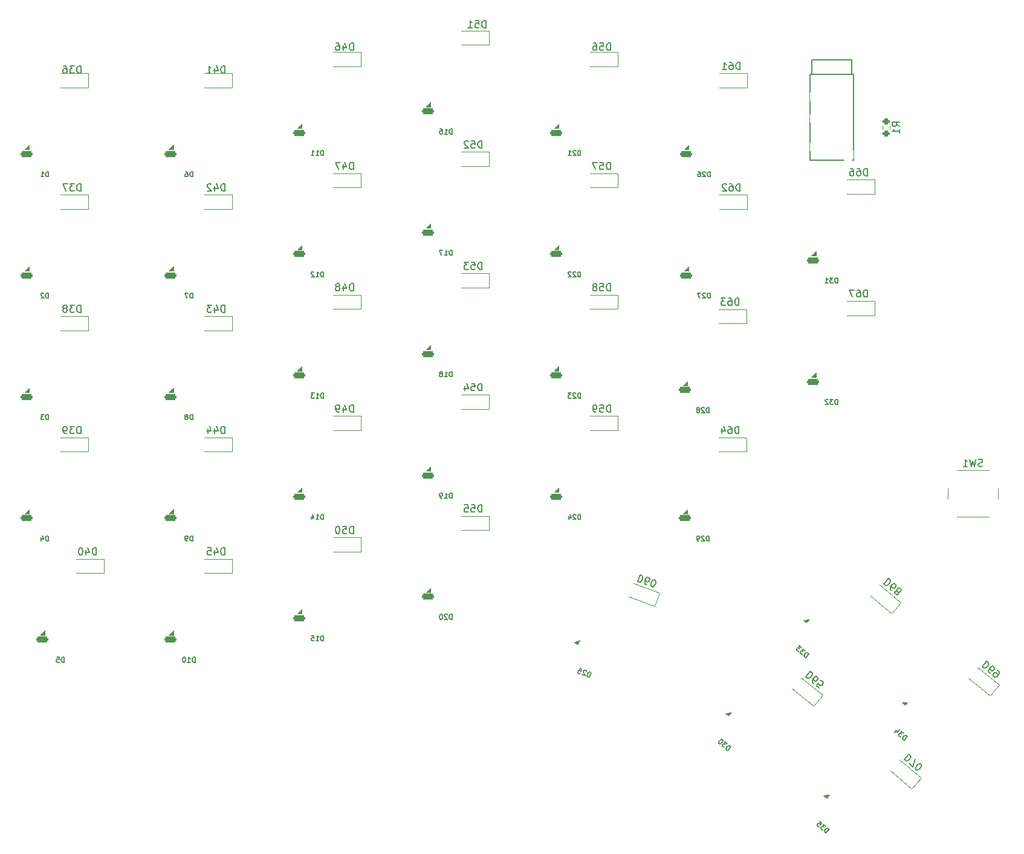
<source format=gbo>
G04 #@! TF.GenerationSoftware,KiCad,Pcbnew,(6.0.5)*
G04 #@! TF.CreationDate,2022-05-24T22:09:51+02:00*
G04 #@! TF.ProjectId,LPKeyboard,4c504b65-7962-46f6-9172-642e6b696361,rev?*
G04 #@! TF.SameCoordinates,Original*
G04 #@! TF.FileFunction,Legend,Bot*
G04 #@! TF.FilePolarity,Positive*
%FSLAX46Y46*%
G04 Gerber Fmt 4.6, Leading zero omitted, Abs format (unit mm)*
G04 Created by KiCad (PCBNEW (6.0.5)) date 2022-05-24 22:09:51*
%MOMM*%
%LPD*%
G01*
G04 APERTURE LIST*
G04 Aperture macros list*
%AMRoundRect*
0 Rectangle with rounded corners*
0 $1 Rounding radius*
0 $2 $3 $4 $5 $6 $7 $8 $9 X,Y pos of 4 corners*
0 Add a 4 corners polygon primitive as box body*
4,1,4,$2,$3,$4,$5,$6,$7,$8,$9,$2,$3,0*
0 Add four circle primitives for the rounded corners*
1,1,$1+$1,$2,$3*
1,1,$1+$1,$4,$5*
1,1,$1+$1,$6,$7*
1,1,$1+$1,$8,$9*
0 Add four rect primitives between the rounded corners*
20,1,$1+$1,$2,$3,$4,$5,0*
20,1,$1+$1,$4,$5,$6,$7,0*
20,1,$1+$1,$6,$7,$8,$9,0*
20,1,$1+$1,$8,$9,$2,$3,0*%
%AMRotRect*
0 Rectangle, with rotation*
0 The origin of the aperture is its center*
0 $1 length*
0 $2 width*
0 $3 Rotation angle, in degrees counterclockwise*
0 Add horizontal line*
21,1,$1,$2,0,0,$3*%
G04 Aperture macros list end*
%ADD10C,0.150000*%
%ADD11C,0.100000*%
%ADD12C,0.120000*%
%ADD13C,3.400000*%
%ADD14C,1.900000*%
%ADD15R,1.600000X1.600000*%
%ADD16O,1.600000X1.600000*%
%ADD17C,2.000000*%
%ADD18C,0.800000*%
%ADD19O,1.600000X2.000000*%
%ADD20R,1.700000X0.820000*%
%ADD21RoundRect,0.205000X0.645000X0.205000X-0.645000X0.205000X-0.645000X-0.205000X0.645000X-0.205000X0*%
%ADD22R,0.900000X1.200000*%
%ADD23RotRect,0.900000X1.200000X140.000000*%
%ADD24RotRect,1.700000X0.820000X140.000000*%
%ADD25RoundRect,0.205000X0.625870X-0.257559X-0.362327X0.571637X-0.625870X0.257559X0.362327X-0.571637X0*%
%ADD26RotRect,1.700000X0.820000X160.000000*%
%ADD27RoundRect,0.205000X0.676216X-0.027966X-0.535988X0.413240X-0.676216X0.027966X0.535988X-0.413240X0*%
%ADD28RoundRect,0.200000X0.275000X-0.200000X0.275000X0.200000X-0.275000X0.200000X-0.275000X-0.200000X0*%
%ADD29RotRect,0.900000X1.200000X160.000000*%
G04 APERTURE END LIST*
D10*
X122442764Y-115694231D02*
X122442764Y-114994231D01*
X122276097Y-114994231D01*
X122176097Y-115027565D01*
X122109430Y-115094231D01*
X122076097Y-115160898D01*
X122042764Y-115294231D01*
X122042764Y-115394231D01*
X122076097Y-115527565D01*
X122109430Y-115594231D01*
X122176097Y-115660898D01*
X122276097Y-115694231D01*
X122442764Y-115694231D01*
X121776097Y-115060898D02*
X121742764Y-115027565D01*
X121676097Y-114994231D01*
X121509430Y-114994231D01*
X121442764Y-115027565D01*
X121409430Y-115060898D01*
X121376097Y-115127565D01*
X121376097Y-115194231D01*
X121409430Y-115294231D01*
X121809430Y-115694231D01*
X121376097Y-115694231D01*
X120776097Y-115227565D02*
X120776097Y-115694231D01*
X120942764Y-114960898D02*
X121109430Y-115460898D01*
X120676097Y-115460898D01*
X47921930Y-67694231D02*
X47921930Y-66994231D01*
X47755264Y-66994231D01*
X47655264Y-67027565D01*
X47588597Y-67094231D01*
X47555264Y-67160898D01*
X47521930Y-67294231D01*
X47521930Y-67394231D01*
X47555264Y-67527565D01*
X47588597Y-67594231D01*
X47655264Y-67660898D01*
X47755264Y-67694231D01*
X47921930Y-67694231D01*
X46855264Y-67694231D02*
X47255264Y-67694231D01*
X47055264Y-67694231D02*
X47055264Y-66994231D01*
X47121930Y-67094231D01*
X47188597Y-67160898D01*
X47255264Y-67194231D01*
X90621785Y-66666780D02*
X90621785Y-65666780D01*
X90383690Y-65666780D01*
X90240833Y-65714400D01*
X90145595Y-65809638D01*
X90097976Y-65904876D01*
X90050357Y-66095352D01*
X90050357Y-66238209D01*
X90097976Y-66428685D01*
X90145595Y-66523923D01*
X90240833Y-66619161D01*
X90383690Y-66666780D01*
X90621785Y-66666780D01*
X89193214Y-66000114D02*
X89193214Y-66666780D01*
X89431309Y-65619161D02*
X89669404Y-66333447D01*
X89050357Y-66333447D01*
X88764642Y-65666780D02*
X88097976Y-65666780D01*
X88526547Y-66666780D01*
X126621785Y-49982380D02*
X126621785Y-48982380D01*
X126383690Y-48982380D01*
X126240833Y-49030000D01*
X126145595Y-49125238D01*
X126097976Y-49220476D01*
X126050357Y-49410952D01*
X126050357Y-49553809D01*
X126097976Y-49744285D01*
X126145595Y-49839523D01*
X126240833Y-49934761D01*
X126383690Y-49982380D01*
X126621785Y-49982380D01*
X125145595Y-48982380D02*
X125621785Y-48982380D01*
X125669404Y-49458571D01*
X125621785Y-49410952D01*
X125526547Y-49363333D01*
X125288452Y-49363333D01*
X125193214Y-49410952D01*
X125145595Y-49458571D01*
X125097976Y-49553809D01*
X125097976Y-49791904D01*
X125145595Y-49887142D01*
X125193214Y-49934761D01*
X125288452Y-49982380D01*
X125526547Y-49982380D01*
X125621785Y-49934761D01*
X125669404Y-49887142D01*
X124240833Y-48982380D02*
X124431309Y-48982380D01*
X124526547Y-49030000D01*
X124574166Y-49077619D01*
X124669404Y-49220476D01*
X124717023Y-49410952D01*
X124717023Y-49791904D01*
X124669404Y-49887142D01*
X124621785Y-49934761D01*
X124526547Y-49982380D01*
X124336071Y-49982380D01*
X124240833Y-49934761D01*
X124193214Y-49887142D01*
X124145595Y-49791904D01*
X124145595Y-49553809D01*
X124193214Y-49458571D01*
X124240833Y-49410952D01*
X124336071Y-49363333D01*
X124526547Y-49363333D01*
X124621785Y-49410952D01*
X124669404Y-49458571D01*
X124717023Y-49553809D01*
X72621785Y-53157380D02*
X72621785Y-52157380D01*
X72383690Y-52157380D01*
X72240833Y-52205000D01*
X72145595Y-52300238D01*
X72097976Y-52395476D01*
X72050357Y-52585952D01*
X72050357Y-52728809D01*
X72097976Y-52919285D01*
X72145595Y-53014523D01*
X72240833Y-53109761D01*
X72383690Y-53157380D01*
X72621785Y-53157380D01*
X71193214Y-52490714D02*
X71193214Y-53157380D01*
X71431309Y-52109761D02*
X71669404Y-52824047D01*
X71050357Y-52824047D01*
X70145595Y-53157380D02*
X70717023Y-53157380D01*
X70431309Y-53157380D02*
X70431309Y-52157380D01*
X70526547Y-52300238D01*
X70621785Y-52395476D01*
X70717023Y-52443095D01*
X68442764Y-135694231D02*
X68442764Y-134994231D01*
X68276097Y-134994231D01*
X68176097Y-135027565D01*
X68109430Y-135094231D01*
X68076097Y-135160898D01*
X68042764Y-135294231D01*
X68042764Y-135394231D01*
X68076097Y-135527565D01*
X68109430Y-135594231D01*
X68176097Y-135660898D01*
X68276097Y-135694231D01*
X68442764Y-135694231D01*
X67376097Y-135694231D02*
X67776097Y-135694231D01*
X67576097Y-135694231D02*
X67576097Y-134994231D01*
X67642764Y-135094231D01*
X67709430Y-135160898D01*
X67776097Y-135194231D01*
X66942764Y-134994231D02*
X66876097Y-134994231D01*
X66809430Y-135027565D01*
X66776097Y-135060898D01*
X66742764Y-135127565D01*
X66709430Y-135260898D01*
X66709430Y-135427565D01*
X66742764Y-135560898D01*
X66776097Y-135627565D01*
X66809430Y-135660898D01*
X66876097Y-135694231D01*
X66942764Y-135694231D01*
X67009430Y-135660898D01*
X67042764Y-135627565D01*
X67076097Y-135560898D01*
X67109430Y-135427565D01*
X67109430Y-135260898D01*
X67076097Y-135127565D01*
X67042764Y-135060898D01*
X67009430Y-135027565D01*
X66942764Y-134994231D01*
X126621785Y-66666780D02*
X126621785Y-65666780D01*
X126383690Y-65666780D01*
X126240833Y-65714400D01*
X126145595Y-65809638D01*
X126097976Y-65904876D01*
X126050357Y-66095352D01*
X126050357Y-66238209D01*
X126097976Y-66428685D01*
X126145595Y-66523923D01*
X126240833Y-66619161D01*
X126383690Y-66666780D01*
X126621785Y-66666780D01*
X125145595Y-65666780D02*
X125621785Y-65666780D01*
X125669404Y-66142971D01*
X125621785Y-66095352D01*
X125526547Y-66047733D01*
X125288452Y-66047733D01*
X125193214Y-66095352D01*
X125145595Y-66142971D01*
X125097976Y-66238209D01*
X125097976Y-66476304D01*
X125145595Y-66571542D01*
X125193214Y-66619161D01*
X125288452Y-66666780D01*
X125526547Y-66666780D01*
X125621785Y-66619161D01*
X125669404Y-66571542D01*
X124764642Y-65666780D02*
X124097976Y-65666780D01*
X124526547Y-66666780D01*
X72621785Y-120666780D02*
X72621785Y-119666780D01*
X72383690Y-119666780D01*
X72240833Y-119714400D01*
X72145595Y-119809638D01*
X72097976Y-119904876D01*
X72050357Y-120095352D01*
X72050357Y-120238209D01*
X72097976Y-120428685D01*
X72145595Y-120523923D01*
X72240833Y-120619161D01*
X72383690Y-120666780D01*
X72621785Y-120666780D01*
X71193214Y-120000114D02*
X71193214Y-120666780D01*
X71431309Y-119619161D02*
X71669404Y-120333447D01*
X71050357Y-120333447D01*
X70193214Y-119666780D02*
X70669404Y-119666780D01*
X70717023Y-120142971D01*
X70669404Y-120095352D01*
X70574166Y-120047733D01*
X70336071Y-120047733D01*
X70240833Y-120095352D01*
X70193214Y-120142971D01*
X70145595Y-120238209D01*
X70145595Y-120476304D01*
X70193214Y-120571542D01*
X70240833Y-120619161D01*
X70336071Y-120666780D01*
X70574166Y-120666780D01*
X70669404Y-120619161D01*
X70717023Y-120571542D01*
X140592764Y-67694231D02*
X140592764Y-66994231D01*
X140426097Y-66994231D01*
X140326097Y-67027565D01*
X140259430Y-67094231D01*
X140226097Y-67160898D01*
X140192764Y-67294231D01*
X140192764Y-67394231D01*
X140226097Y-67527565D01*
X140259430Y-67594231D01*
X140326097Y-67660898D01*
X140426097Y-67694231D01*
X140592764Y-67694231D01*
X139926097Y-67060898D02*
X139892764Y-67027565D01*
X139826097Y-66994231D01*
X139659430Y-66994231D01*
X139592764Y-67027565D01*
X139559430Y-67060898D01*
X139526097Y-67127565D01*
X139526097Y-67194231D01*
X139559430Y-67294231D01*
X139959430Y-67694231D01*
X139526097Y-67694231D01*
X138926097Y-66994231D02*
X139059430Y-66994231D01*
X139126097Y-67027565D01*
X139159430Y-67060898D01*
X139226097Y-67160898D01*
X139259430Y-67294231D01*
X139259430Y-67560898D01*
X139226097Y-67627565D01*
X139192764Y-67660898D01*
X139126097Y-67694231D01*
X138992764Y-67694231D01*
X138926097Y-67660898D01*
X138892764Y-67627565D01*
X138859430Y-67560898D01*
X138859430Y-67394231D01*
X138892764Y-67327565D01*
X138926097Y-67294231D01*
X138992764Y-67260898D01*
X139126097Y-67260898D01*
X139192764Y-67294231D01*
X139226097Y-67327565D01*
X139259430Y-67394231D01*
X122442764Y-64694231D02*
X122442764Y-63994231D01*
X122276097Y-63994231D01*
X122176097Y-64027565D01*
X122109430Y-64094231D01*
X122076097Y-64160898D01*
X122042764Y-64294231D01*
X122042764Y-64394231D01*
X122076097Y-64527565D01*
X122109430Y-64594231D01*
X122176097Y-64660898D01*
X122276097Y-64694231D01*
X122442764Y-64694231D01*
X121776097Y-64060898D02*
X121742764Y-64027565D01*
X121676097Y-63994231D01*
X121509430Y-63994231D01*
X121442764Y-64027565D01*
X121409430Y-64060898D01*
X121376097Y-64127565D01*
X121376097Y-64194231D01*
X121409430Y-64294231D01*
X121809430Y-64694231D01*
X121376097Y-64694231D01*
X120709430Y-64694231D02*
X121109430Y-64694231D01*
X120909430Y-64694231D02*
X120909430Y-63994231D01*
X120976097Y-64094231D01*
X121042764Y-64160898D01*
X121109430Y-64194231D01*
X109164285Y-46807380D02*
X109164285Y-45807380D01*
X108926190Y-45807380D01*
X108783333Y-45855000D01*
X108688095Y-45950238D01*
X108640476Y-46045476D01*
X108592857Y-46235952D01*
X108592857Y-46378809D01*
X108640476Y-46569285D01*
X108688095Y-46664523D01*
X108783333Y-46759761D01*
X108926190Y-46807380D01*
X109164285Y-46807380D01*
X107688095Y-45807380D02*
X108164285Y-45807380D01*
X108211904Y-46283571D01*
X108164285Y-46235952D01*
X108069047Y-46188333D01*
X107830952Y-46188333D01*
X107735714Y-46235952D01*
X107688095Y-46283571D01*
X107640476Y-46378809D01*
X107640476Y-46616904D01*
X107688095Y-46712142D01*
X107735714Y-46759761D01*
X107830952Y-46807380D01*
X108069047Y-46807380D01*
X108164285Y-46759761D01*
X108211904Y-46712142D01*
X106688095Y-46807380D02*
X107259523Y-46807380D01*
X106973809Y-46807380D02*
X106973809Y-45807380D01*
X107069047Y-45950238D01*
X107164285Y-46045476D01*
X107259523Y-46093095D01*
X52434285Y-103666780D02*
X52434285Y-102666780D01*
X52196190Y-102666780D01*
X52053333Y-102714400D01*
X51958095Y-102809638D01*
X51910476Y-102904876D01*
X51862857Y-103095352D01*
X51862857Y-103238209D01*
X51910476Y-103428685D01*
X51958095Y-103523923D01*
X52053333Y-103619161D01*
X52196190Y-103666780D01*
X52434285Y-103666780D01*
X51529523Y-102666780D02*
X50910476Y-102666780D01*
X51243809Y-103047733D01*
X51100952Y-103047733D01*
X51005714Y-103095352D01*
X50958095Y-103142971D01*
X50910476Y-103238209D01*
X50910476Y-103476304D01*
X50958095Y-103571542D01*
X51005714Y-103619161D01*
X51100952Y-103666780D01*
X51386666Y-103666780D01*
X51481904Y-103619161D01*
X51529523Y-103571542D01*
X50434285Y-103666780D02*
X50243809Y-103666780D01*
X50148571Y-103619161D01*
X50100952Y-103571542D01*
X50005714Y-103428685D01*
X49958095Y-103238209D01*
X49958095Y-102857257D01*
X50005714Y-102762019D01*
X50053333Y-102714400D01*
X50148571Y-102666780D01*
X50339047Y-102666780D01*
X50434285Y-102714400D01*
X50481904Y-102762019D01*
X50529523Y-102857257D01*
X50529523Y-103095352D01*
X50481904Y-103190590D01*
X50434285Y-103238209D01*
X50339047Y-103285828D01*
X50148571Y-103285828D01*
X50053333Y-103238209D01*
X50005714Y-103190590D01*
X49958095Y-103095352D01*
X86442764Y-81694231D02*
X86442764Y-80994231D01*
X86276097Y-80994231D01*
X86176097Y-81027565D01*
X86109430Y-81094231D01*
X86076097Y-81160898D01*
X86042764Y-81294231D01*
X86042764Y-81394231D01*
X86076097Y-81527565D01*
X86109430Y-81594231D01*
X86176097Y-81660898D01*
X86276097Y-81694231D01*
X86442764Y-81694231D01*
X85376097Y-81694231D02*
X85776097Y-81694231D01*
X85576097Y-81694231D02*
X85576097Y-80994231D01*
X85642764Y-81094231D01*
X85709430Y-81160898D01*
X85776097Y-81194231D01*
X85109430Y-81060898D02*
X85076097Y-81027565D01*
X85009430Y-80994231D01*
X84842764Y-80994231D01*
X84776097Y-81027565D01*
X84742764Y-81060898D01*
X84709430Y-81127565D01*
X84709430Y-81194231D01*
X84742764Y-81294231D01*
X85142764Y-81694231D01*
X84709430Y-81694231D01*
X90621785Y-83666780D02*
X90621785Y-82666780D01*
X90383690Y-82666780D01*
X90240833Y-82714400D01*
X90145595Y-82809638D01*
X90097976Y-82904876D01*
X90050357Y-83095352D01*
X90050357Y-83238209D01*
X90097976Y-83428685D01*
X90145595Y-83523923D01*
X90240833Y-83619161D01*
X90383690Y-83666780D01*
X90621785Y-83666780D01*
X89193214Y-83000114D02*
X89193214Y-83666780D01*
X89431309Y-82619161D02*
X89669404Y-83333447D01*
X89050357Y-83333447D01*
X88526547Y-83095352D02*
X88621785Y-83047733D01*
X88669404Y-83000114D01*
X88717023Y-82904876D01*
X88717023Y-82857257D01*
X88669404Y-82762019D01*
X88621785Y-82714400D01*
X88526547Y-82666780D01*
X88336071Y-82666780D01*
X88240833Y-82714400D01*
X88193214Y-82762019D01*
X88145595Y-82857257D01*
X88145595Y-82904876D01*
X88193214Y-83000114D01*
X88240833Y-83047733D01*
X88336071Y-83095352D01*
X88526547Y-83095352D01*
X88621785Y-83142971D01*
X88669404Y-83190590D01*
X88717023Y-83285828D01*
X88717023Y-83476304D01*
X88669404Y-83571542D01*
X88621785Y-83619161D01*
X88526547Y-83666780D01*
X88336071Y-83666780D01*
X88240833Y-83619161D01*
X88193214Y-83571542D01*
X88145595Y-83476304D01*
X88145595Y-83285828D01*
X88193214Y-83190590D01*
X88240833Y-83142971D01*
X88336071Y-83095352D01*
X126621785Y-100666780D02*
X126621785Y-99666780D01*
X126383690Y-99666780D01*
X126240833Y-99714400D01*
X126145595Y-99809638D01*
X126097976Y-99904876D01*
X126050357Y-100095352D01*
X126050357Y-100238209D01*
X126097976Y-100428685D01*
X126145595Y-100523923D01*
X126240833Y-100619161D01*
X126383690Y-100666780D01*
X126621785Y-100666780D01*
X125145595Y-99666780D02*
X125621785Y-99666780D01*
X125669404Y-100142971D01*
X125621785Y-100095352D01*
X125526547Y-100047733D01*
X125288452Y-100047733D01*
X125193214Y-100095352D01*
X125145595Y-100142971D01*
X125097976Y-100238209D01*
X125097976Y-100476304D01*
X125145595Y-100571542D01*
X125193214Y-100619161D01*
X125288452Y-100666780D01*
X125526547Y-100666780D01*
X125621785Y-100619161D01*
X125669404Y-100571542D01*
X124621785Y-100666780D02*
X124431309Y-100666780D01*
X124336071Y-100619161D01*
X124288452Y-100571542D01*
X124193214Y-100428685D01*
X124145595Y-100238209D01*
X124145595Y-99857257D01*
X124193214Y-99762019D01*
X124240833Y-99714400D01*
X124336071Y-99666780D01*
X124526547Y-99666780D01*
X124621785Y-99714400D01*
X124669404Y-99762019D01*
X124717023Y-99857257D01*
X124717023Y-100095352D01*
X124669404Y-100190590D01*
X124621785Y-100238209D01*
X124526547Y-100285828D01*
X124336071Y-100285828D01*
X124240833Y-100238209D01*
X124193214Y-100190590D01*
X124145595Y-100095352D01*
X154622040Y-136989286D02*
X153979252Y-137755330D01*
X154161643Y-137908375D01*
X154301687Y-137963723D01*
X154435862Y-137951985D01*
X154533558Y-137909637D01*
X154692472Y-137794333D01*
X154784299Y-137684898D01*
X154870256Y-137508376D01*
X154894996Y-137404810D01*
X154883257Y-137270636D01*
X154804431Y-137142330D01*
X154622040Y-136989286D01*
X155073601Y-138673598D02*
X154927688Y-138551162D01*
X154885340Y-138453466D01*
X154879471Y-138386379D01*
X154898341Y-138215726D01*
X154984298Y-138039204D01*
X155229170Y-137747378D01*
X155326866Y-137705030D01*
X155393953Y-137699161D01*
X155497519Y-137723900D01*
X155643432Y-137846336D01*
X155685780Y-137944032D01*
X155691649Y-138011119D01*
X155666910Y-138114685D01*
X155513865Y-138297076D01*
X155416169Y-138339424D01*
X155349082Y-138345293D01*
X155245516Y-138320554D01*
X155099603Y-138198118D01*
X155057255Y-138100422D01*
X155051386Y-138033335D01*
X155076125Y-137929769D01*
X155839646Y-139316386D02*
X155474863Y-139010297D01*
X155744474Y-138614905D01*
X155750343Y-138681992D01*
X155792691Y-138779688D01*
X155975082Y-138932733D01*
X156078648Y-138957472D01*
X156145735Y-138951603D01*
X156243431Y-138909255D01*
X156396476Y-138726864D01*
X156421215Y-138623298D01*
X156415346Y-138556211D01*
X156372998Y-138458515D01*
X156190607Y-138305470D01*
X156087041Y-138280730D01*
X156019954Y-138286600D01*
X52434285Y-53157380D02*
X52434285Y-52157380D01*
X52196190Y-52157380D01*
X52053333Y-52205000D01*
X51958095Y-52300238D01*
X51910476Y-52395476D01*
X51862857Y-52585952D01*
X51862857Y-52728809D01*
X51910476Y-52919285D01*
X51958095Y-53014523D01*
X52053333Y-53109761D01*
X52196190Y-53157380D01*
X52434285Y-53157380D01*
X51529523Y-52157380D02*
X50910476Y-52157380D01*
X51243809Y-52538333D01*
X51100952Y-52538333D01*
X51005714Y-52585952D01*
X50958095Y-52633571D01*
X50910476Y-52728809D01*
X50910476Y-52966904D01*
X50958095Y-53062142D01*
X51005714Y-53109761D01*
X51100952Y-53157380D01*
X51386666Y-53157380D01*
X51481904Y-53109761D01*
X51529523Y-53062142D01*
X50053333Y-52157380D02*
X50243809Y-52157380D01*
X50339047Y-52205000D01*
X50386666Y-52252619D01*
X50481904Y-52395476D01*
X50529523Y-52585952D01*
X50529523Y-52966904D01*
X50481904Y-53062142D01*
X50434285Y-53109761D01*
X50339047Y-53157380D01*
X50148571Y-53157380D01*
X50053333Y-53109761D01*
X50005714Y-53062142D01*
X49958095Y-52966904D01*
X49958095Y-52728809D01*
X50005714Y-52633571D01*
X50053333Y-52585952D01*
X50148571Y-52538333D01*
X50339047Y-52538333D01*
X50434285Y-52585952D01*
X50481904Y-52633571D01*
X50529523Y-52728809D01*
X68109430Y-67694231D02*
X68109430Y-66994231D01*
X67942764Y-66994231D01*
X67842764Y-67027565D01*
X67776097Y-67094231D01*
X67742764Y-67160898D01*
X67709430Y-67294231D01*
X67709430Y-67394231D01*
X67742764Y-67527565D01*
X67776097Y-67594231D01*
X67842764Y-67660898D01*
X67942764Y-67694231D01*
X68109430Y-67694231D01*
X67109430Y-66994231D02*
X67242764Y-66994231D01*
X67309430Y-67027565D01*
X67342764Y-67060898D01*
X67409430Y-67160898D01*
X67442764Y-67294231D01*
X67442764Y-67560898D01*
X67409430Y-67627565D01*
X67376097Y-67660898D01*
X67309430Y-67694231D01*
X67176097Y-67694231D01*
X67109430Y-67660898D01*
X67076097Y-67627565D01*
X67042764Y-67560898D01*
X67042764Y-67394231D01*
X67076097Y-67327565D01*
X67109430Y-67294231D01*
X67176097Y-67260898D01*
X67309430Y-67260898D01*
X67376097Y-67294231D01*
X67409430Y-67327565D01*
X67442764Y-67394231D01*
X104442764Y-95694231D02*
X104442764Y-94994231D01*
X104276097Y-94994231D01*
X104176097Y-95027565D01*
X104109430Y-95094231D01*
X104076097Y-95160898D01*
X104042764Y-95294231D01*
X104042764Y-95394231D01*
X104076097Y-95527565D01*
X104109430Y-95594231D01*
X104176097Y-95660898D01*
X104276097Y-95694231D01*
X104442764Y-95694231D01*
X103376097Y-95694231D02*
X103776097Y-95694231D01*
X103576097Y-95694231D02*
X103576097Y-94994231D01*
X103642764Y-95094231D01*
X103709430Y-95160898D01*
X103776097Y-95194231D01*
X102976097Y-95294231D02*
X103042764Y-95260898D01*
X103076097Y-95227565D01*
X103109430Y-95160898D01*
X103109430Y-95127565D01*
X103076097Y-95060898D01*
X103042764Y-95027565D01*
X102976097Y-94994231D01*
X102842764Y-94994231D01*
X102776097Y-95027565D01*
X102742764Y-95060898D01*
X102709430Y-95127565D01*
X102709430Y-95160898D01*
X102742764Y-95227565D01*
X102776097Y-95260898D01*
X102842764Y-95294231D01*
X102976097Y-95294231D01*
X103042764Y-95327565D01*
X103076097Y-95360898D01*
X103109430Y-95427565D01*
X103109430Y-95560898D01*
X103076097Y-95627565D01*
X103042764Y-95660898D01*
X102976097Y-95694231D01*
X102842764Y-95694231D01*
X102776097Y-95660898D01*
X102742764Y-95627565D01*
X102709430Y-95560898D01*
X102709430Y-95427565D01*
X102742764Y-95360898D01*
X102776097Y-95327565D01*
X102842764Y-95294231D01*
X72621785Y-69666780D02*
X72621785Y-68666780D01*
X72383690Y-68666780D01*
X72240833Y-68714400D01*
X72145595Y-68809638D01*
X72097976Y-68904876D01*
X72050357Y-69095352D01*
X72050357Y-69238209D01*
X72097976Y-69428685D01*
X72145595Y-69523923D01*
X72240833Y-69619161D01*
X72383690Y-69666780D01*
X72621785Y-69666780D01*
X71193214Y-69000114D02*
X71193214Y-69666780D01*
X71431309Y-68619161D02*
X71669404Y-69333447D01*
X71050357Y-69333447D01*
X70717023Y-68762019D02*
X70669404Y-68714400D01*
X70574166Y-68666780D01*
X70336071Y-68666780D01*
X70240833Y-68714400D01*
X70193214Y-68762019D01*
X70145595Y-68857257D01*
X70145595Y-68952495D01*
X70193214Y-69095352D01*
X70764642Y-69666780D01*
X70145595Y-69666780D01*
X122442764Y-81694231D02*
X122442764Y-80994231D01*
X122276097Y-80994231D01*
X122176097Y-81027565D01*
X122109430Y-81094231D01*
X122076097Y-81160898D01*
X122042764Y-81294231D01*
X122042764Y-81394231D01*
X122076097Y-81527565D01*
X122109430Y-81594231D01*
X122176097Y-81660898D01*
X122276097Y-81694231D01*
X122442764Y-81694231D01*
X121776097Y-81060898D02*
X121742764Y-81027565D01*
X121676097Y-80994231D01*
X121509430Y-80994231D01*
X121442764Y-81027565D01*
X121409430Y-81060898D01*
X121376097Y-81127565D01*
X121376097Y-81194231D01*
X121409430Y-81294231D01*
X121809430Y-81694231D01*
X121376097Y-81694231D01*
X121109430Y-81060898D02*
X121076097Y-81027565D01*
X121009430Y-80994231D01*
X120842764Y-80994231D01*
X120776097Y-81027565D01*
X120742764Y-81060898D01*
X120709430Y-81127565D01*
X120709430Y-81194231D01*
X120742764Y-81294231D01*
X121142764Y-81694231D01*
X120709430Y-81694231D01*
X86442764Y-98694231D02*
X86442764Y-97994231D01*
X86276097Y-97994231D01*
X86176097Y-98027565D01*
X86109430Y-98094231D01*
X86076097Y-98160898D01*
X86042764Y-98294231D01*
X86042764Y-98394231D01*
X86076097Y-98527565D01*
X86109430Y-98594231D01*
X86176097Y-98660898D01*
X86276097Y-98694231D01*
X86442764Y-98694231D01*
X85376097Y-98694231D02*
X85776097Y-98694231D01*
X85576097Y-98694231D02*
X85576097Y-97994231D01*
X85642764Y-98094231D01*
X85709430Y-98160898D01*
X85776097Y-98194231D01*
X85142764Y-97994231D02*
X84709430Y-97994231D01*
X84942764Y-98260898D01*
X84842764Y-98260898D01*
X84776097Y-98294231D01*
X84742764Y-98327565D01*
X84709430Y-98394231D01*
X84709430Y-98560898D01*
X84742764Y-98627565D01*
X84776097Y-98660898D01*
X84842764Y-98694231D01*
X85042764Y-98694231D01*
X85109430Y-98660898D01*
X85142764Y-98627565D01*
X122442764Y-98694231D02*
X122442764Y-97994231D01*
X122276097Y-97994231D01*
X122176097Y-98027565D01*
X122109430Y-98094231D01*
X122076097Y-98160898D01*
X122042764Y-98294231D01*
X122042764Y-98394231D01*
X122076097Y-98527565D01*
X122109430Y-98594231D01*
X122176097Y-98660898D01*
X122276097Y-98694231D01*
X122442764Y-98694231D01*
X121776097Y-98060898D02*
X121742764Y-98027565D01*
X121676097Y-97994231D01*
X121509430Y-97994231D01*
X121442764Y-98027565D01*
X121409430Y-98060898D01*
X121376097Y-98127565D01*
X121376097Y-98194231D01*
X121409430Y-98294231D01*
X121809430Y-98694231D01*
X121376097Y-98694231D01*
X121142764Y-97994231D02*
X120709430Y-97994231D01*
X120942764Y-98260898D01*
X120842764Y-98260898D01*
X120776097Y-98294231D01*
X120742764Y-98327565D01*
X120709430Y-98394231D01*
X120709430Y-98560898D01*
X120742764Y-98627565D01*
X120776097Y-98660898D01*
X120842764Y-98694231D01*
X121042764Y-98694231D01*
X121109430Y-98660898D01*
X121142764Y-98627565D01*
X144771785Y-69666780D02*
X144771785Y-68666780D01*
X144533690Y-68666780D01*
X144390833Y-68714400D01*
X144295595Y-68809638D01*
X144247976Y-68904876D01*
X144200357Y-69095352D01*
X144200357Y-69238209D01*
X144247976Y-69428685D01*
X144295595Y-69523923D01*
X144390833Y-69619161D01*
X144533690Y-69666780D01*
X144771785Y-69666780D01*
X143343214Y-68666780D02*
X143533690Y-68666780D01*
X143628928Y-68714400D01*
X143676547Y-68762019D01*
X143771785Y-68904876D01*
X143819404Y-69095352D01*
X143819404Y-69476304D01*
X143771785Y-69571542D01*
X143724166Y-69619161D01*
X143628928Y-69666780D01*
X143438452Y-69666780D01*
X143343214Y-69619161D01*
X143295595Y-69571542D01*
X143247976Y-69476304D01*
X143247976Y-69238209D01*
X143295595Y-69142971D01*
X143343214Y-69095352D01*
X143438452Y-69047733D01*
X143628928Y-69047733D01*
X143724166Y-69095352D01*
X143771785Y-69142971D01*
X143819404Y-69238209D01*
X142867023Y-68762019D02*
X142819404Y-68714400D01*
X142724166Y-68666780D01*
X142486071Y-68666780D01*
X142390833Y-68714400D01*
X142343214Y-68762019D01*
X142295595Y-68857257D01*
X142295595Y-68952495D01*
X142343214Y-69095352D01*
X142914642Y-69666780D01*
X142295595Y-69666780D01*
X104442764Y-61694231D02*
X104442764Y-60994231D01*
X104276097Y-60994231D01*
X104176097Y-61027565D01*
X104109430Y-61094231D01*
X104076097Y-61160898D01*
X104042764Y-61294231D01*
X104042764Y-61394231D01*
X104076097Y-61527565D01*
X104109430Y-61594231D01*
X104176097Y-61660898D01*
X104276097Y-61694231D01*
X104442764Y-61694231D01*
X103376097Y-61694231D02*
X103776097Y-61694231D01*
X103576097Y-61694231D02*
X103576097Y-60994231D01*
X103642764Y-61094231D01*
X103709430Y-61160898D01*
X103776097Y-61194231D01*
X102776097Y-60994231D02*
X102909430Y-60994231D01*
X102976097Y-61027565D01*
X103009430Y-61060898D01*
X103076097Y-61160898D01*
X103109430Y-61294231D01*
X103109430Y-61560898D01*
X103076097Y-61627565D01*
X103042764Y-61660898D01*
X102976097Y-61694231D01*
X102842764Y-61694231D01*
X102776097Y-61660898D01*
X102742764Y-61627565D01*
X102709430Y-61560898D01*
X102709430Y-61394231D01*
X102742764Y-61327565D01*
X102776097Y-61294231D01*
X102842764Y-61260898D01*
X102976097Y-61260898D01*
X103042764Y-61294231D01*
X103076097Y-61327565D01*
X103109430Y-61394231D01*
X86442764Y-64694231D02*
X86442764Y-63994231D01*
X86276097Y-63994231D01*
X86176097Y-64027565D01*
X86109430Y-64094231D01*
X86076097Y-64160898D01*
X86042764Y-64294231D01*
X86042764Y-64394231D01*
X86076097Y-64527565D01*
X86109430Y-64594231D01*
X86176097Y-64660898D01*
X86276097Y-64694231D01*
X86442764Y-64694231D01*
X85376097Y-64694231D02*
X85776097Y-64694231D01*
X85576097Y-64694231D02*
X85576097Y-63994231D01*
X85642764Y-64094231D01*
X85709430Y-64160898D01*
X85776097Y-64194231D01*
X84709430Y-64694231D02*
X85109430Y-64694231D01*
X84909430Y-64694231D02*
X84909430Y-63994231D01*
X84976097Y-64094231D01*
X85042764Y-64160898D01*
X85109430Y-64194231D01*
X90621785Y-117666780D02*
X90621785Y-116666780D01*
X90383690Y-116666780D01*
X90240833Y-116714400D01*
X90145595Y-116809638D01*
X90097976Y-116904876D01*
X90050357Y-117095352D01*
X90050357Y-117238209D01*
X90097976Y-117428685D01*
X90145595Y-117523923D01*
X90240833Y-117619161D01*
X90383690Y-117666780D01*
X90621785Y-117666780D01*
X89145595Y-116666780D02*
X89621785Y-116666780D01*
X89669404Y-117142971D01*
X89621785Y-117095352D01*
X89526547Y-117047733D01*
X89288452Y-117047733D01*
X89193214Y-117095352D01*
X89145595Y-117142971D01*
X89097976Y-117238209D01*
X89097976Y-117476304D01*
X89145595Y-117571542D01*
X89193214Y-117619161D01*
X89288452Y-117666780D01*
X89526547Y-117666780D01*
X89621785Y-117619161D01*
X89669404Y-117571542D01*
X88478928Y-116666780D02*
X88383690Y-116666780D01*
X88288452Y-116714400D01*
X88240833Y-116762019D01*
X88193214Y-116857257D01*
X88145595Y-117047733D01*
X88145595Y-117285828D01*
X88193214Y-117476304D01*
X88240833Y-117571542D01*
X88288452Y-117619161D01*
X88383690Y-117666780D01*
X88478928Y-117666780D01*
X88574166Y-117619161D01*
X88621785Y-117571542D01*
X88669404Y-117476304D01*
X88717023Y-117285828D01*
X88717023Y-117047733D01*
X88669404Y-116857257D01*
X88621785Y-116762019D01*
X88574166Y-116714400D01*
X88478928Y-116666780D01*
X104442764Y-112694231D02*
X104442764Y-111994231D01*
X104276097Y-111994231D01*
X104176097Y-112027565D01*
X104109430Y-112094231D01*
X104076097Y-112160898D01*
X104042764Y-112294231D01*
X104042764Y-112394231D01*
X104076097Y-112527565D01*
X104109430Y-112594231D01*
X104176097Y-112660898D01*
X104276097Y-112694231D01*
X104442764Y-112694231D01*
X103376097Y-112694231D02*
X103776097Y-112694231D01*
X103576097Y-112694231D02*
X103576097Y-111994231D01*
X103642764Y-112094231D01*
X103709430Y-112160898D01*
X103776097Y-112194231D01*
X103042764Y-112694231D02*
X102909430Y-112694231D01*
X102842764Y-112660898D01*
X102809430Y-112627565D01*
X102742764Y-112527565D01*
X102709430Y-112394231D01*
X102709430Y-112127565D01*
X102742764Y-112060898D01*
X102776097Y-112027565D01*
X102842764Y-111994231D01*
X102976097Y-111994231D01*
X103042764Y-112027565D01*
X103076097Y-112060898D01*
X103109430Y-112127565D01*
X103109430Y-112294231D01*
X103076097Y-112360898D01*
X103042764Y-112394231D01*
X102976097Y-112427565D01*
X102842764Y-112427565D01*
X102776097Y-112394231D01*
X102742764Y-112360898D01*
X102709430Y-112294231D01*
X162621785Y-84541780D02*
X162621785Y-83541780D01*
X162383690Y-83541780D01*
X162240833Y-83589400D01*
X162145595Y-83684638D01*
X162097976Y-83779876D01*
X162050357Y-83970352D01*
X162050357Y-84113209D01*
X162097976Y-84303685D01*
X162145595Y-84398923D01*
X162240833Y-84494161D01*
X162383690Y-84541780D01*
X162621785Y-84541780D01*
X161193214Y-83541780D02*
X161383690Y-83541780D01*
X161478928Y-83589400D01*
X161526547Y-83637019D01*
X161621785Y-83779876D01*
X161669404Y-83970352D01*
X161669404Y-84351304D01*
X161621785Y-84446542D01*
X161574166Y-84494161D01*
X161478928Y-84541780D01*
X161288452Y-84541780D01*
X161193214Y-84494161D01*
X161145595Y-84446542D01*
X161097976Y-84351304D01*
X161097976Y-84113209D01*
X161145595Y-84017971D01*
X161193214Y-83970352D01*
X161288452Y-83922733D01*
X161478928Y-83922733D01*
X161574166Y-83970352D01*
X161621785Y-84017971D01*
X161669404Y-84113209D01*
X160764642Y-83541780D02*
X160097976Y-83541780D01*
X160526547Y-84541780D01*
X104442764Y-78694231D02*
X104442764Y-77994231D01*
X104276097Y-77994231D01*
X104176097Y-78027565D01*
X104109430Y-78094231D01*
X104076097Y-78160898D01*
X104042764Y-78294231D01*
X104042764Y-78394231D01*
X104076097Y-78527565D01*
X104109430Y-78594231D01*
X104176097Y-78660898D01*
X104276097Y-78694231D01*
X104442764Y-78694231D01*
X103376097Y-78694231D02*
X103776097Y-78694231D01*
X103576097Y-78694231D02*
X103576097Y-77994231D01*
X103642764Y-78094231D01*
X103709430Y-78160898D01*
X103776097Y-78194231D01*
X103142764Y-77994231D02*
X102676097Y-77994231D01*
X102976097Y-78694231D01*
X90621785Y-49982380D02*
X90621785Y-48982380D01*
X90383690Y-48982380D01*
X90240833Y-49030000D01*
X90145595Y-49125238D01*
X90097976Y-49220476D01*
X90050357Y-49410952D01*
X90050357Y-49553809D01*
X90097976Y-49744285D01*
X90145595Y-49839523D01*
X90240833Y-49934761D01*
X90383690Y-49982380D01*
X90621785Y-49982380D01*
X89193214Y-49315714D02*
X89193214Y-49982380D01*
X89431309Y-48934761D02*
X89669404Y-49649047D01*
X89050357Y-49649047D01*
X88240833Y-48982380D02*
X88431309Y-48982380D01*
X88526547Y-49030000D01*
X88574166Y-49077619D01*
X88669404Y-49220476D01*
X88717023Y-49410952D01*
X88717023Y-49791904D01*
X88669404Y-49887142D01*
X88621785Y-49934761D01*
X88526547Y-49982380D01*
X88336071Y-49982380D01*
X88240833Y-49934761D01*
X88193214Y-49887142D01*
X88145595Y-49791904D01*
X88145595Y-49553809D01*
X88193214Y-49458571D01*
X88240833Y-49410952D01*
X88336071Y-49363333D01*
X88526547Y-49363333D01*
X88621785Y-49410952D01*
X88669404Y-49458571D01*
X88717023Y-49553809D01*
X47921930Y-84694231D02*
X47921930Y-83994231D01*
X47755264Y-83994231D01*
X47655264Y-84027565D01*
X47588597Y-84094231D01*
X47555264Y-84160898D01*
X47521930Y-84294231D01*
X47521930Y-84394231D01*
X47555264Y-84527565D01*
X47588597Y-84594231D01*
X47655264Y-84660898D01*
X47755264Y-84694231D01*
X47921930Y-84694231D01*
X47255264Y-84060898D02*
X47221930Y-84027565D01*
X47155264Y-83994231D01*
X46988597Y-83994231D01*
X46921930Y-84027565D01*
X46888597Y-84060898D01*
X46855264Y-84127565D01*
X46855264Y-84194231D01*
X46888597Y-84294231D01*
X47288597Y-84694231D01*
X46855264Y-84694231D01*
X162621785Y-67541780D02*
X162621785Y-66541780D01*
X162383690Y-66541780D01*
X162240833Y-66589400D01*
X162145595Y-66684638D01*
X162097976Y-66779876D01*
X162050357Y-66970352D01*
X162050357Y-67113209D01*
X162097976Y-67303685D01*
X162145595Y-67398923D01*
X162240833Y-67494161D01*
X162383690Y-67541780D01*
X162621785Y-67541780D01*
X161193214Y-66541780D02*
X161383690Y-66541780D01*
X161478928Y-66589400D01*
X161526547Y-66637019D01*
X161621785Y-66779876D01*
X161669404Y-66970352D01*
X161669404Y-67351304D01*
X161621785Y-67446542D01*
X161574166Y-67494161D01*
X161478928Y-67541780D01*
X161288452Y-67541780D01*
X161193214Y-67494161D01*
X161145595Y-67446542D01*
X161097976Y-67351304D01*
X161097976Y-67113209D01*
X161145595Y-67017971D01*
X161193214Y-66970352D01*
X161288452Y-66922733D01*
X161478928Y-66922733D01*
X161574166Y-66970352D01*
X161621785Y-67017971D01*
X161669404Y-67113209D01*
X160240833Y-66541780D02*
X160431309Y-66541780D01*
X160526547Y-66589400D01*
X160574166Y-66637019D01*
X160669404Y-66779876D01*
X160717023Y-66970352D01*
X160717023Y-67351304D01*
X160669404Y-67446542D01*
X160621785Y-67494161D01*
X160526547Y-67541780D01*
X160336071Y-67541780D01*
X160240833Y-67494161D01*
X160193214Y-67446542D01*
X160145595Y-67351304D01*
X160145595Y-67113209D01*
X160193214Y-67017971D01*
X160240833Y-66970352D01*
X160336071Y-66922733D01*
X160526547Y-66922733D01*
X160621785Y-66970352D01*
X160669404Y-67017971D01*
X160717023Y-67113209D01*
X68109430Y-84694231D02*
X68109430Y-83994231D01*
X67942764Y-83994231D01*
X67842764Y-84027565D01*
X67776097Y-84094231D01*
X67742764Y-84160898D01*
X67709430Y-84294231D01*
X67709430Y-84394231D01*
X67742764Y-84527565D01*
X67776097Y-84594231D01*
X67842764Y-84660898D01*
X67942764Y-84694231D01*
X68109430Y-84694231D01*
X67476097Y-83994231D02*
X67009430Y-83994231D01*
X67309430Y-84694231D01*
X47921930Y-118694231D02*
X47921930Y-117994231D01*
X47755264Y-117994231D01*
X47655264Y-118027565D01*
X47588597Y-118094231D01*
X47555264Y-118160898D01*
X47521930Y-118294231D01*
X47521930Y-118394231D01*
X47555264Y-118527565D01*
X47588597Y-118594231D01*
X47655264Y-118660898D01*
X47755264Y-118694231D01*
X47921930Y-118694231D01*
X46921930Y-118227565D02*
X46921930Y-118694231D01*
X47088597Y-117960898D02*
X47255264Y-118460898D01*
X46821930Y-118460898D01*
X156826343Y-159641599D02*
X157276294Y-159105368D01*
X157148620Y-158998236D01*
X157050589Y-158959492D01*
X156956667Y-158967710D01*
X156888280Y-158997353D01*
X156777040Y-159078066D01*
X156712761Y-159154670D01*
X156652591Y-159278236D01*
X156635273Y-159350732D01*
X156643491Y-159444654D01*
X156698669Y-159534467D01*
X156826343Y-159641599D01*
X156791133Y-158698269D02*
X156459180Y-158419727D01*
X156466514Y-158773990D01*
X156389909Y-158709711D01*
X156317413Y-158692393D01*
X156270452Y-158696502D01*
X156202065Y-158726145D01*
X156094934Y-158853819D01*
X156077616Y-158926315D01*
X156081725Y-158973276D01*
X156111368Y-159041664D01*
X156264577Y-159170221D01*
X156337073Y-159187539D01*
X156384034Y-159183430D01*
X155974019Y-158012629D02*
X156229367Y-158226891D01*
X156040639Y-158503666D01*
X156036531Y-158456705D01*
X156006887Y-158388317D01*
X155879213Y-158281186D01*
X155806717Y-158263868D01*
X155759756Y-158267977D01*
X155691369Y-158297620D01*
X155584238Y-158425294D01*
X155566920Y-158497790D01*
X155571028Y-158544751D01*
X155600672Y-158613139D01*
X155728346Y-158720270D01*
X155800842Y-158737587D01*
X155847803Y-158733479D01*
X123661876Y-137789887D02*
X123901290Y-137132102D01*
X123744675Y-137075099D01*
X123639305Y-137072220D01*
X123553857Y-137112065D01*
X123499733Y-137163310D01*
X123422807Y-137277202D01*
X123388605Y-137371171D01*
X123374325Y-137507864D01*
X123382847Y-137581911D01*
X123422692Y-137667358D01*
X123505260Y-137732884D01*
X123661876Y-137789887D01*
X123252027Y-136966735D02*
X123232104Y-136924011D01*
X123180859Y-136869887D01*
X123024244Y-136812883D01*
X122950197Y-136821405D01*
X122907473Y-136841327D01*
X122853348Y-136892573D01*
X122830547Y-136955219D01*
X122827668Y-137060589D01*
X123066737Y-137573274D01*
X122659537Y-137425065D01*
X122303812Y-136550668D02*
X122617043Y-136664675D01*
X122534360Y-136989306D01*
X122514437Y-136946582D01*
X122463192Y-136892458D01*
X122306576Y-136835455D01*
X122232530Y-136843976D01*
X122189806Y-136863899D01*
X122135681Y-136915144D01*
X122078678Y-137071760D01*
X122087200Y-137145807D01*
X122107122Y-137188530D01*
X122158368Y-137242655D01*
X122314983Y-137299658D01*
X122389030Y-137291136D01*
X122431754Y-137271214D01*
X72621785Y-86666780D02*
X72621785Y-85666780D01*
X72383690Y-85666780D01*
X72240833Y-85714400D01*
X72145595Y-85809638D01*
X72097976Y-85904876D01*
X72050357Y-86095352D01*
X72050357Y-86238209D01*
X72097976Y-86428685D01*
X72145595Y-86523923D01*
X72240833Y-86619161D01*
X72383690Y-86666780D01*
X72621785Y-86666780D01*
X71193214Y-86000114D02*
X71193214Y-86666780D01*
X71431309Y-85619161D02*
X71669404Y-86333447D01*
X71050357Y-86333447D01*
X70764642Y-85666780D02*
X70145595Y-85666780D01*
X70478928Y-86047733D01*
X70336071Y-86047733D01*
X70240833Y-86095352D01*
X70193214Y-86142971D01*
X70145595Y-86238209D01*
X70145595Y-86476304D01*
X70193214Y-86571542D01*
X70240833Y-86619161D01*
X70336071Y-86666780D01*
X70621785Y-86666780D01*
X70717023Y-86619161D01*
X70764642Y-86571542D01*
X68109430Y-101694231D02*
X68109430Y-100994231D01*
X67942764Y-100994231D01*
X67842764Y-101027565D01*
X67776097Y-101094231D01*
X67742764Y-101160898D01*
X67709430Y-101294231D01*
X67709430Y-101394231D01*
X67742764Y-101527565D01*
X67776097Y-101594231D01*
X67842764Y-101660898D01*
X67942764Y-101694231D01*
X68109430Y-101694231D01*
X67309430Y-101294231D02*
X67376097Y-101260898D01*
X67409430Y-101227565D01*
X67442764Y-101160898D01*
X67442764Y-101127565D01*
X67409430Y-101060898D01*
X67376097Y-101027565D01*
X67309430Y-100994231D01*
X67176097Y-100994231D01*
X67109430Y-101027565D01*
X67076097Y-101060898D01*
X67042764Y-101127565D01*
X67042764Y-101160898D01*
X67076097Y-101227565D01*
X67109430Y-101260898D01*
X67176097Y-101294231D01*
X67309430Y-101294231D01*
X67376097Y-101327565D01*
X67409430Y-101360898D01*
X67442764Y-101427565D01*
X67442764Y-101560898D01*
X67409430Y-101627565D01*
X67376097Y-101660898D01*
X67309430Y-101694231D01*
X67176097Y-101694231D01*
X67109430Y-101660898D01*
X67076097Y-101627565D01*
X67042764Y-101560898D01*
X67042764Y-101427565D01*
X67076097Y-101360898D01*
X67109430Y-101327565D01*
X67176097Y-101294231D01*
X108621785Y-114666780D02*
X108621785Y-113666780D01*
X108383690Y-113666780D01*
X108240833Y-113714400D01*
X108145595Y-113809638D01*
X108097976Y-113904876D01*
X108050357Y-114095352D01*
X108050357Y-114238209D01*
X108097976Y-114428685D01*
X108145595Y-114523923D01*
X108240833Y-114619161D01*
X108383690Y-114666780D01*
X108621785Y-114666780D01*
X107145595Y-113666780D02*
X107621785Y-113666780D01*
X107669404Y-114142971D01*
X107621785Y-114095352D01*
X107526547Y-114047733D01*
X107288452Y-114047733D01*
X107193214Y-114095352D01*
X107145595Y-114142971D01*
X107097976Y-114238209D01*
X107097976Y-114476304D01*
X107145595Y-114571542D01*
X107193214Y-114619161D01*
X107288452Y-114666780D01*
X107526547Y-114666780D01*
X107621785Y-114619161D01*
X107669404Y-114571542D01*
X106193214Y-113666780D02*
X106669404Y-113666780D01*
X106717023Y-114142971D01*
X106669404Y-114095352D01*
X106574166Y-114047733D01*
X106336071Y-114047733D01*
X106240833Y-114095352D01*
X106193214Y-114142971D01*
X106145595Y-114238209D01*
X106145595Y-114476304D01*
X106193214Y-114571542D01*
X106240833Y-114619161D01*
X106336071Y-114666780D01*
X106574166Y-114666780D01*
X106669404Y-114619161D01*
X106717023Y-114571542D01*
X144621785Y-85709780D02*
X144621785Y-84709780D01*
X144383690Y-84709780D01*
X144240833Y-84757400D01*
X144145595Y-84852638D01*
X144097976Y-84947876D01*
X144050357Y-85138352D01*
X144050357Y-85281209D01*
X144097976Y-85471685D01*
X144145595Y-85566923D01*
X144240833Y-85662161D01*
X144383690Y-85709780D01*
X144621785Y-85709780D01*
X143193214Y-84709780D02*
X143383690Y-84709780D01*
X143478928Y-84757400D01*
X143526547Y-84805019D01*
X143621785Y-84947876D01*
X143669404Y-85138352D01*
X143669404Y-85519304D01*
X143621785Y-85614542D01*
X143574166Y-85662161D01*
X143478928Y-85709780D01*
X143288452Y-85709780D01*
X143193214Y-85662161D01*
X143145595Y-85614542D01*
X143097976Y-85519304D01*
X143097976Y-85281209D01*
X143145595Y-85185971D01*
X143193214Y-85138352D01*
X143288452Y-85090733D01*
X143478928Y-85090733D01*
X143574166Y-85138352D01*
X143621785Y-85185971D01*
X143669404Y-85281209D01*
X142764642Y-84709780D02*
X142145595Y-84709780D01*
X142478928Y-85090733D01*
X142336071Y-85090733D01*
X142240833Y-85138352D01*
X142193214Y-85185971D01*
X142145595Y-85281209D01*
X142145595Y-85519304D01*
X142193214Y-85614542D01*
X142240833Y-85662161D01*
X142336071Y-85709780D01*
X142621785Y-85709780D01*
X142717023Y-85662161D01*
X142764642Y-85614542D01*
X167753734Y-146618843D02*
X168203685Y-146082612D01*
X168076011Y-145975480D01*
X167977980Y-145936736D01*
X167884058Y-145944954D01*
X167815671Y-145974597D01*
X167704431Y-146055310D01*
X167640152Y-146131914D01*
X167579982Y-146255480D01*
X167562664Y-146327976D01*
X167570882Y-146421898D01*
X167626060Y-146511711D01*
X167753734Y-146618843D01*
X167718524Y-145675513D02*
X167386571Y-145396971D01*
X167393905Y-145751234D01*
X167317300Y-145686955D01*
X167244804Y-145669637D01*
X167197843Y-145673746D01*
X167129456Y-145703389D01*
X167022325Y-145831063D01*
X167005007Y-145903559D01*
X167009116Y-145950520D01*
X167038759Y-146018908D01*
X167191968Y-146147465D01*
X167264464Y-146164783D01*
X167311425Y-146160674D01*
X166776961Y-145190043D02*
X166476993Y-145547530D01*
X167076045Y-145092895D02*
X166882325Y-145583049D01*
X166550372Y-145304508D01*
X143037544Y-148071422D02*
X143487495Y-147535191D01*
X143359821Y-147428059D01*
X143261790Y-147389315D01*
X143167868Y-147397533D01*
X143099481Y-147427176D01*
X142988241Y-147507889D01*
X142923962Y-147584493D01*
X142863792Y-147708059D01*
X142846474Y-147780555D01*
X142854692Y-147874477D01*
X142909870Y-147964290D01*
X143037544Y-148071422D01*
X143002334Y-147128092D02*
X142670381Y-146849550D01*
X142677715Y-147203813D01*
X142601110Y-147139534D01*
X142528614Y-147122216D01*
X142481653Y-147126325D01*
X142413266Y-147155968D01*
X142306135Y-147283642D01*
X142288817Y-147356138D01*
X142292926Y-147403099D01*
X142322569Y-147471487D01*
X142475778Y-147600044D01*
X142548274Y-147617362D01*
X142595235Y-147613253D01*
X142338429Y-146571009D02*
X142287359Y-146528157D01*
X142214863Y-146510839D01*
X142167902Y-146514948D01*
X142099515Y-146544591D01*
X141988275Y-146625304D01*
X141881144Y-146752978D01*
X141820973Y-146876544D01*
X141803656Y-146949039D01*
X141807764Y-146996000D01*
X141837408Y-147064388D01*
X141888477Y-147107240D01*
X141960973Y-147124558D01*
X142007934Y-147120449D01*
X142076321Y-147090806D01*
X142187561Y-147010093D01*
X142294693Y-146882419D01*
X142354863Y-146758853D01*
X142372180Y-146686358D01*
X142368072Y-146639397D01*
X142338429Y-146571009D01*
X86442764Y-115694231D02*
X86442764Y-114994231D01*
X86276097Y-114994231D01*
X86176097Y-115027565D01*
X86109430Y-115094231D01*
X86076097Y-115160898D01*
X86042764Y-115294231D01*
X86042764Y-115394231D01*
X86076097Y-115527565D01*
X86109430Y-115594231D01*
X86176097Y-115660898D01*
X86276097Y-115694231D01*
X86442764Y-115694231D01*
X85376097Y-115694231D02*
X85776097Y-115694231D01*
X85576097Y-115694231D02*
X85576097Y-114994231D01*
X85642764Y-115094231D01*
X85709430Y-115160898D01*
X85776097Y-115194231D01*
X84776097Y-115227565D02*
X84776097Y-115694231D01*
X84942764Y-114960898D02*
X85109430Y-115460898D01*
X84676097Y-115460898D01*
X168410839Y-148559462D02*
X167768051Y-149325506D01*
X167950442Y-149478551D01*
X168090486Y-149533899D01*
X168224661Y-149522161D01*
X168322357Y-149479813D01*
X168481271Y-149364509D01*
X168573098Y-149255074D01*
X168659055Y-149078552D01*
X168683795Y-148974986D01*
X168672056Y-148840812D01*
X168593230Y-148712506D01*
X168410839Y-148559462D01*
X168461139Y-149907076D02*
X168971835Y-150335601D01*
X169286318Y-149294076D01*
X169409575Y-150702908D02*
X169482531Y-150764126D01*
X169586097Y-150788866D01*
X169653184Y-150782996D01*
X169750880Y-150740649D01*
X169909794Y-150625344D01*
X170062839Y-150442953D01*
X170148796Y-150266431D01*
X170173536Y-150162865D01*
X170167667Y-150095778D01*
X170125319Y-149998082D01*
X170052362Y-149936864D01*
X169948797Y-149912124D01*
X169881710Y-149917994D01*
X169784013Y-149960341D01*
X169625099Y-150075646D01*
X169472055Y-150258037D01*
X169386097Y-150434559D01*
X169361358Y-150538125D01*
X169367227Y-150605212D01*
X169409575Y-150702908D01*
X126621785Y-83666780D02*
X126621785Y-82666780D01*
X126383690Y-82666780D01*
X126240833Y-82714400D01*
X126145595Y-82809638D01*
X126097976Y-82904876D01*
X126050357Y-83095352D01*
X126050357Y-83238209D01*
X126097976Y-83428685D01*
X126145595Y-83523923D01*
X126240833Y-83619161D01*
X126383690Y-83666780D01*
X126621785Y-83666780D01*
X125145595Y-82666780D02*
X125621785Y-82666780D01*
X125669404Y-83142971D01*
X125621785Y-83095352D01*
X125526547Y-83047733D01*
X125288452Y-83047733D01*
X125193214Y-83095352D01*
X125145595Y-83142971D01*
X125097976Y-83238209D01*
X125097976Y-83476304D01*
X125145595Y-83571542D01*
X125193214Y-83619161D01*
X125288452Y-83666780D01*
X125526547Y-83666780D01*
X125621785Y-83619161D01*
X125669404Y-83571542D01*
X124526547Y-83095352D02*
X124621785Y-83047733D01*
X124669404Y-83000114D01*
X124717023Y-82904876D01*
X124717023Y-82857257D01*
X124669404Y-82762019D01*
X124621785Y-82714400D01*
X124526547Y-82666780D01*
X124336071Y-82666780D01*
X124240833Y-82714400D01*
X124193214Y-82762019D01*
X124145595Y-82857257D01*
X124145595Y-82904876D01*
X124193214Y-83000114D01*
X124240833Y-83047733D01*
X124336071Y-83095352D01*
X124526547Y-83095352D01*
X124621785Y-83142971D01*
X124669404Y-83190590D01*
X124717023Y-83285828D01*
X124717023Y-83476304D01*
X124669404Y-83571542D01*
X124621785Y-83619161D01*
X124526547Y-83666780D01*
X124336071Y-83666780D01*
X124240833Y-83619161D01*
X124193214Y-83571542D01*
X124145595Y-83476304D01*
X124145595Y-83285828D01*
X124193214Y-83190590D01*
X124240833Y-83142971D01*
X124336071Y-83095352D01*
X50109430Y-135694231D02*
X50109430Y-134994231D01*
X49942764Y-134994231D01*
X49842764Y-135027565D01*
X49776097Y-135094231D01*
X49742764Y-135160898D01*
X49709430Y-135294231D01*
X49709430Y-135394231D01*
X49742764Y-135527565D01*
X49776097Y-135594231D01*
X49842764Y-135660898D01*
X49942764Y-135694231D01*
X50109430Y-135694231D01*
X49076097Y-134994231D02*
X49409430Y-134994231D01*
X49442764Y-135327565D01*
X49409430Y-135294231D01*
X49342764Y-135260898D01*
X49176097Y-135260898D01*
X49109430Y-135294231D01*
X49076097Y-135327565D01*
X49042764Y-135394231D01*
X49042764Y-135560898D01*
X49076097Y-135627565D01*
X49109430Y-135660898D01*
X49176097Y-135694231D01*
X49342764Y-135694231D01*
X49409430Y-135660898D01*
X49442764Y-135627565D01*
X167134780Y-60640933D02*
X166658590Y-60307600D01*
X167134780Y-60069504D02*
X166134780Y-60069504D01*
X166134780Y-60450457D01*
X166182400Y-60545695D01*
X166230019Y-60593314D01*
X166325257Y-60640933D01*
X166468114Y-60640933D01*
X166563352Y-60593314D01*
X166610971Y-60545695D01*
X166658590Y-60450457D01*
X166658590Y-60069504D01*
X167134780Y-61593314D02*
X167134780Y-61021885D01*
X167134780Y-61307600D02*
X166134780Y-61307600D01*
X166277638Y-61212361D01*
X166372876Y-61117123D01*
X166420495Y-61021885D01*
X72621785Y-103666780D02*
X72621785Y-102666780D01*
X72383690Y-102666780D01*
X72240833Y-102714400D01*
X72145595Y-102809638D01*
X72097976Y-102904876D01*
X72050357Y-103095352D01*
X72050357Y-103238209D01*
X72097976Y-103428685D01*
X72145595Y-103523923D01*
X72240833Y-103619161D01*
X72383690Y-103666780D01*
X72621785Y-103666780D01*
X71193214Y-103000114D02*
X71193214Y-103666780D01*
X71431309Y-102619161D02*
X71669404Y-103333447D01*
X71050357Y-103333447D01*
X70240833Y-103000114D02*
X70240833Y-103666780D01*
X70478928Y-102619161D02*
X70717023Y-103333447D01*
X70097976Y-103333447D01*
X54621785Y-120666780D02*
X54621785Y-119666780D01*
X54383690Y-119666780D01*
X54240833Y-119714400D01*
X54145595Y-119809638D01*
X54097976Y-119904876D01*
X54050357Y-120095352D01*
X54050357Y-120238209D01*
X54097976Y-120428685D01*
X54145595Y-120523923D01*
X54240833Y-120619161D01*
X54383690Y-120666780D01*
X54621785Y-120666780D01*
X53193214Y-120000114D02*
X53193214Y-120666780D01*
X53431309Y-119619161D02*
X53669404Y-120333447D01*
X53050357Y-120333447D01*
X52478928Y-119666780D02*
X52383690Y-119666780D01*
X52288452Y-119714400D01*
X52240833Y-119762019D01*
X52193214Y-119857257D01*
X52145595Y-120047733D01*
X52145595Y-120285828D01*
X52193214Y-120476304D01*
X52240833Y-120571542D01*
X52288452Y-120619161D01*
X52383690Y-120666780D01*
X52478928Y-120666780D01*
X52574166Y-120619161D01*
X52621785Y-120571542D01*
X52669404Y-120476304D01*
X52717023Y-120285828D01*
X52717023Y-120047733D01*
X52669404Y-119857257D01*
X52621785Y-119762019D01*
X52574166Y-119714400D01*
X52478928Y-119666780D01*
X52434285Y-86666780D02*
X52434285Y-85666780D01*
X52196190Y-85666780D01*
X52053333Y-85714400D01*
X51958095Y-85809638D01*
X51910476Y-85904876D01*
X51862857Y-86095352D01*
X51862857Y-86238209D01*
X51910476Y-86428685D01*
X51958095Y-86523923D01*
X52053333Y-86619161D01*
X52196190Y-86666780D01*
X52434285Y-86666780D01*
X51529523Y-85666780D02*
X50910476Y-85666780D01*
X51243809Y-86047733D01*
X51100952Y-86047733D01*
X51005714Y-86095352D01*
X50958095Y-86142971D01*
X50910476Y-86238209D01*
X50910476Y-86476304D01*
X50958095Y-86571542D01*
X51005714Y-86619161D01*
X51100952Y-86666780D01*
X51386666Y-86666780D01*
X51481904Y-86619161D01*
X51529523Y-86571542D01*
X50339047Y-86095352D02*
X50434285Y-86047733D01*
X50481904Y-86000114D01*
X50529523Y-85904876D01*
X50529523Y-85857257D01*
X50481904Y-85762019D01*
X50434285Y-85714400D01*
X50339047Y-85666780D01*
X50148571Y-85666780D01*
X50053333Y-85714400D01*
X50005714Y-85762019D01*
X49958095Y-85857257D01*
X49958095Y-85904876D01*
X50005714Y-86000114D01*
X50053333Y-86047733D01*
X50148571Y-86095352D01*
X50339047Y-86095352D01*
X50434285Y-86142971D01*
X50481904Y-86190590D01*
X50529523Y-86285828D01*
X50529523Y-86476304D01*
X50481904Y-86571542D01*
X50434285Y-86619161D01*
X50339047Y-86666780D01*
X50148571Y-86666780D01*
X50053333Y-86619161D01*
X50005714Y-86571542D01*
X49958095Y-86476304D01*
X49958095Y-86285828D01*
X50005714Y-86190590D01*
X50053333Y-86142971D01*
X50148571Y-86095352D01*
X52434285Y-69666780D02*
X52434285Y-68666780D01*
X52196190Y-68666780D01*
X52053333Y-68714400D01*
X51958095Y-68809638D01*
X51910476Y-68904876D01*
X51862857Y-69095352D01*
X51862857Y-69238209D01*
X51910476Y-69428685D01*
X51958095Y-69523923D01*
X52053333Y-69619161D01*
X52196190Y-69666780D01*
X52434285Y-69666780D01*
X51529523Y-68666780D02*
X50910476Y-68666780D01*
X51243809Y-69047733D01*
X51100952Y-69047733D01*
X51005714Y-69095352D01*
X50958095Y-69142971D01*
X50910476Y-69238209D01*
X50910476Y-69476304D01*
X50958095Y-69571542D01*
X51005714Y-69619161D01*
X51100952Y-69666780D01*
X51386666Y-69666780D01*
X51481904Y-69619161D01*
X51529523Y-69571542D01*
X50577142Y-68666780D02*
X49910476Y-68666780D01*
X50339047Y-69666780D01*
X140442764Y-100737231D02*
X140442764Y-100037231D01*
X140276097Y-100037231D01*
X140176097Y-100070565D01*
X140109430Y-100137231D01*
X140076097Y-100203898D01*
X140042764Y-100337231D01*
X140042764Y-100437231D01*
X140076097Y-100570565D01*
X140109430Y-100637231D01*
X140176097Y-100703898D01*
X140276097Y-100737231D01*
X140442764Y-100737231D01*
X139776097Y-100103898D02*
X139742764Y-100070565D01*
X139676097Y-100037231D01*
X139509430Y-100037231D01*
X139442764Y-100070565D01*
X139409430Y-100103898D01*
X139376097Y-100170565D01*
X139376097Y-100237231D01*
X139409430Y-100337231D01*
X139809430Y-100737231D01*
X139376097Y-100737231D01*
X138976097Y-100337231D02*
X139042764Y-100303898D01*
X139076097Y-100270565D01*
X139109430Y-100203898D01*
X139109430Y-100170565D01*
X139076097Y-100103898D01*
X139042764Y-100070565D01*
X138976097Y-100037231D01*
X138842764Y-100037231D01*
X138776097Y-100070565D01*
X138742764Y-100103898D01*
X138709430Y-100170565D01*
X138709430Y-100203898D01*
X138742764Y-100270565D01*
X138776097Y-100303898D01*
X138842764Y-100337231D01*
X138976097Y-100337231D01*
X139042764Y-100370565D01*
X139076097Y-100403898D01*
X139109430Y-100470565D01*
X139109430Y-100603898D01*
X139076097Y-100670565D01*
X139042764Y-100703898D01*
X138976097Y-100737231D01*
X138842764Y-100737231D01*
X138776097Y-100703898D01*
X138742764Y-100670565D01*
X138709430Y-100603898D01*
X138709430Y-100470565D01*
X138742764Y-100403898D01*
X138776097Y-100370565D01*
X138842764Y-100337231D01*
X158442764Y-82569231D02*
X158442764Y-81869231D01*
X158276097Y-81869231D01*
X158176097Y-81902565D01*
X158109430Y-81969231D01*
X158076097Y-82035898D01*
X158042764Y-82169231D01*
X158042764Y-82269231D01*
X158076097Y-82402565D01*
X158109430Y-82469231D01*
X158176097Y-82535898D01*
X158276097Y-82569231D01*
X158442764Y-82569231D01*
X157809430Y-81869231D02*
X157376097Y-81869231D01*
X157609430Y-82135898D01*
X157509430Y-82135898D01*
X157442764Y-82169231D01*
X157409430Y-82202565D01*
X157376097Y-82269231D01*
X157376097Y-82435898D01*
X157409430Y-82502565D01*
X157442764Y-82535898D01*
X157509430Y-82569231D01*
X157709430Y-82569231D01*
X157776097Y-82535898D01*
X157809430Y-82502565D01*
X156709430Y-82569231D02*
X157109430Y-82569231D01*
X156909430Y-82569231D02*
X156909430Y-81869231D01*
X156976097Y-81969231D01*
X157042764Y-82035898D01*
X157109430Y-82069231D01*
X108621785Y-97666780D02*
X108621785Y-96666780D01*
X108383690Y-96666780D01*
X108240833Y-96714400D01*
X108145595Y-96809638D01*
X108097976Y-96904876D01*
X108050357Y-97095352D01*
X108050357Y-97238209D01*
X108097976Y-97428685D01*
X108145595Y-97523923D01*
X108240833Y-97619161D01*
X108383690Y-97666780D01*
X108621785Y-97666780D01*
X107145595Y-96666780D02*
X107621785Y-96666780D01*
X107669404Y-97142971D01*
X107621785Y-97095352D01*
X107526547Y-97047733D01*
X107288452Y-97047733D01*
X107193214Y-97095352D01*
X107145595Y-97142971D01*
X107097976Y-97238209D01*
X107097976Y-97476304D01*
X107145595Y-97571542D01*
X107193214Y-97619161D01*
X107288452Y-97666780D01*
X107526547Y-97666780D01*
X107621785Y-97619161D01*
X107669404Y-97571542D01*
X106240833Y-97000114D02*
X106240833Y-97666780D01*
X106478928Y-96619161D02*
X106717023Y-97333447D01*
X106097976Y-97333447D01*
X90621785Y-100666780D02*
X90621785Y-99666780D01*
X90383690Y-99666780D01*
X90240833Y-99714400D01*
X90145595Y-99809638D01*
X90097976Y-99904876D01*
X90050357Y-100095352D01*
X90050357Y-100238209D01*
X90097976Y-100428685D01*
X90145595Y-100523923D01*
X90240833Y-100619161D01*
X90383690Y-100666780D01*
X90621785Y-100666780D01*
X89193214Y-100000114D02*
X89193214Y-100666780D01*
X89431309Y-99619161D02*
X89669404Y-100333447D01*
X89050357Y-100333447D01*
X88621785Y-100666780D02*
X88431309Y-100666780D01*
X88336071Y-100619161D01*
X88288452Y-100571542D01*
X88193214Y-100428685D01*
X88145595Y-100238209D01*
X88145595Y-99857257D01*
X88193214Y-99762019D01*
X88240833Y-99714400D01*
X88336071Y-99666780D01*
X88526547Y-99666780D01*
X88621785Y-99714400D01*
X88669404Y-99762019D01*
X88717023Y-99857257D01*
X88717023Y-100095352D01*
X88669404Y-100190590D01*
X88621785Y-100238209D01*
X88526547Y-100285828D01*
X88336071Y-100285828D01*
X88240833Y-100238209D01*
X88193214Y-100190590D01*
X88145595Y-100095352D01*
X178726933Y-108219561D02*
X178584076Y-108267180D01*
X178345980Y-108267180D01*
X178250742Y-108219561D01*
X178203123Y-108171942D01*
X178155504Y-108076704D01*
X178155504Y-107981466D01*
X178203123Y-107886228D01*
X178250742Y-107838609D01*
X178345980Y-107790990D01*
X178536457Y-107743371D01*
X178631695Y-107695752D01*
X178679314Y-107648133D01*
X178726933Y-107552895D01*
X178726933Y-107457657D01*
X178679314Y-107362419D01*
X178631695Y-107314800D01*
X178536457Y-107267180D01*
X178298361Y-107267180D01*
X178155504Y-107314800D01*
X177822171Y-107267180D02*
X177584076Y-108267180D01*
X177393600Y-107552895D01*
X177203123Y-108267180D01*
X176965028Y-107267180D01*
X176060266Y-108267180D02*
X176631695Y-108267180D01*
X176345980Y-108267180D02*
X176345980Y-107267180D01*
X176441219Y-107410038D01*
X176536457Y-107505276D01*
X176631695Y-107552895D01*
X165549429Y-123966530D02*
X164906641Y-124732574D01*
X165089032Y-124885619D01*
X165229076Y-124940967D01*
X165363251Y-124929229D01*
X165460947Y-124886881D01*
X165619861Y-124771577D01*
X165711688Y-124662142D01*
X165797645Y-124485620D01*
X165822385Y-124382054D01*
X165810646Y-124247880D01*
X165731820Y-124119574D01*
X165549429Y-123966530D01*
X166000990Y-125650842D02*
X165855077Y-125528406D01*
X165812729Y-125430710D01*
X165806860Y-125363623D01*
X165825730Y-125192970D01*
X165911687Y-125016448D01*
X166156559Y-124724622D01*
X166254255Y-124682274D01*
X166321342Y-124676405D01*
X166424908Y-124701144D01*
X166570821Y-124823580D01*
X166613169Y-124921276D01*
X166619038Y-124988363D01*
X166594299Y-125091929D01*
X166441254Y-125274320D01*
X166343558Y-125316668D01*
X166276471Y-125322537D01*
X166172905Y-125297798D01*
X166026992Y-125175362D01*
X165984644Y-125077666D01*
X165978775Y-125010579D01*
X166003514Y-124907013D01*
X166787167Y-125751063D02*
X166683601Y-125726323D01*
X166616514Y-125732192D01*
X166518818Y-125774540D01*
X166488209Y-125811018D01*
X166463469Y-125914584D01*
X166469339Y-125981671D01*
X166511686Y-126079367D01*
X166657600Y-126201803D01*
X166761165Y-126226543D01*
X166828252Y-126220673D01*
X166925949Y-126178326D01*
X166956558Y-126141847D01*
X166981297Y-126038282D01*
X166975428Y-125971194D01*
X166933080Y-125873498D01*
X166787167Y-125751063D01*
X166744819Y-125653366D01*
X166738950Y-125586279D01*
X166763689Y-125482714D01*
X166886125Y-125336800D01*
X166983821Y-125294453D01*
X167050908Y-125288583D01*
X167154474Y-125313323D01*
X167300387Y-125435759D01*
X167342735Y-125533455D01*
X167348604Y-125600542D01*
X167323865Y-125704108D01*
X167201429Y-125850021D01*
X167103733Y-125892368D01*
X167036646Y-125898238D01*
X166933080Y-125873498D01*
X104442764Y-129694231D02*
X104442764Y-128994231D01*
X104276097Y-128994231D01*
X104176097Y-129027565D01*
X104109430Y-129094231D01*
X104076097Y-129160898D01*
X104042764Y-129294231D01*
X104042764Y-129394231D01*
X104076097Y-129527565D01*
X104109430Y-129594231D01*
X104176097Y-129660898D01*
X104276097Y-129694231D01*
X104442764Y-129694231D01*
X103776097Y-129060898D02*
X103742764Y-129027565D01*
X103676097Y-128994231D01*
X103509430Y-128994231D01*
X103442764Y-129027565D01*
X103409430Y-129060898D01*
X103376097Y-129127565D01*
X103376097Y-129194231D01*
X103409430Y-129294231D01*
X103809430Y-129694231D01*
X103376097Y-129694231D01*
X102942764Y-128994231D02*
X102876097Y-128994231D01*
X102809430Y-129027565D01*
X102776097Y-129060898D01*
X102742764Y-129127565D01*
X102709430Y-129260898D01*
X102709430Y-129427565D01*
X102742764Y-129560898D01*
X102776097Y-129627565D01*
X102809430Y-129660898D01*
X102876097Y-129694231D01*
X102942764Y-129694231D01*
X103009430Y-129660898D01*
X103042764Y-129627565D01*
X103076097Y-129560898D01*
X103109430Y-129427565D01*
X103109430Y-129260898D01*
X103076097Y-129127565D01*
X103042764Y-129060898D01*
X103009430Y-129027565D01*
X102942764Y-128994231D01*
X108621785Y-80666780D02*
X108621785Y-79666780D01*
X108383690Y-79666780D01*
X108240833Y-79714400D01*
X108145595Y-79809638D01*
X108097976Y-79904876D01*
X108050357Y-80095352D01*
X108050357Y-80238209D01*
X108097976Y-80428685D01*
X108145595Y-80523923D01*
X108240833Y-80619161D01*
X108383690Y-80666780D01*
X108621785Y-80666780D01*
X107145595Y-79666780D02*
X107621785Y-79666780D01*
X107669404Y-80142971D01*
X107621785Y-80095352D01*
X107526547Y-80047733D01*
X107288452Y-80047733D01*
X107193214Y-80095352D01*
X107145595Y-80142971D01*
X107097976Y-80238209D01*
X107097976Y-80476304D01*
X107145595Y-80571542D01*
X107193214Y-80619161D01*
X107288452Y-80666780D01*
X107526547Y-80666780D01*
X107621785Y-80619161D01*
X107669404Y-80571542D01*
X106764642Y-79666780D02*
X106145595Y-79666780D01*
X106478928Y-80047733D01*
X106336071Y-80047733D01*
X106240833Y-80095352D01*
X106193214Y-80142971D01*
X106145595Y-80238209D01*
X106145595Y-80476304D01*
X106193214Y-80571542D01*
X106240833Y-80619161D01*
X106336071Y-80666780D01*
X106621785Y-80666780D01*
X106717023Y-80619161D01*
X106764642Y-80571542D01*
X68109430Y-118694231D02*
X68109430Y-117994231D01*
X67942764Y-117994231D01*
X67842764Y-118027565D01*
X67776097Y-118094231D01*
X67742764Y-118160898D01*
X67709430Y-118294231D01*
X67709430Y-118394231D01*
X67742764Y-118527565D01*
X67776097Y-118594231D01*
X67842764Y-118660898D01*
X67942764Y-118694231D01*
X68109430Y-118694231D01*
X67376097Y-118694231D02*
X67242764Y-118694231D01*
X67176097Y-118660898D01*
X67142764Y-118627565D01*
X67076097Y-118527565D01*
X67042764Y-118394231D01*
X67042764Y-118127565D01*
X67076097Y-118060898D01*
X67109430Y-118027565D01*
X67176097Y-117994231D01*
X67309430Y-117994231D01*
X67376097Y-118027565D01*
X67409430Y-118060898D01*
X67442764Y-118127565D01*
X67442764Y-118294231D01*
X67409430Y-118360898D01*
X67376097Y-118394231D01*
X67309430Y-118427565D01*
X67176097Y-118427565D01*
X67109430Y-118394231D01*
X67076097Y-118360898D01*
X67042764Y-118294231D01*
X158442764Y-99569231D02*
X158442764Y-98869231D01*
X158276097Y-98869231D01*
X158176097Y-98902565D01*
X158109430Y-98969231D01*
X158076097Y-99035898D01*
X158042764Y-99169231D01*
X158042764Y-99269231D01*
X158076097Y-99402565D01*
X158109430Y-99469231D01*
X158176097Y-99535898D01*
X158276097Y-99569231D01*
X158442764Y-99569231D01*
X157809430Y-98869231D02*
X157376097Y-98869231D01*
X157609430Y-99135898D01*
X157509430Y-99135898D01*
X157442764Y-99169231D01*
X157409430Y-99202565D01*
X157376097Y-99269231D01*
X157376097Y-99435898D01*
X157409430Y-99502565D01*
X157442764Y-99535898D01*
X157509430Y-99569231D01*
X157709430Y-99569231D01*
X157776097Y-99535898D01*
X157809430Y-99502565D01*
X157109430Y-98935898D02*
X157076097Y-98902565D01*
X157009430Y-98869231D01*
X156842764Y-98869231D01*
X156776097Y-98902565D01*
X156742764Y-98935898D01*
X156709430Y-99002565D01*
X156709430Y-99069231D01*
X156742764Y-99169231D01*
X157142764Y-99569231D01*
X156709430Y-99569231D01*
X47921930Y-101694231D02*
X47921930Y-100994231D01*
X47755264Y-100994231D01*
X47655264Y-101027565D01*
X47588597Y-101094231D01*
X47555264Y-101160898D01*
X47521930Y-101294231D01*
X47521930Y-101394231D01*
X47555264Y-101527565D01*
X47588597Y-101594231D01*
X47655264Y-101660898D01*
X47755264Y-101694231D01*
X47921930Y-101694231D01*
X47288597Y-100994231D02*
X46855264Y-100994231D01*
X47088597Y-101260898D01*
X46988597Y-101260898D01*
X46921930Y-101294231D01*
X46888597Y-101327565D01*
X46855264Y-101394231D01*
X46855264Y-101560898D01*
X46888597Y-101627565D01*
X46921930Y-101660898D01*
X46988597Y-101694231D01*
X47188597Y-101694231D01*
X47255264Y-101660898D01*
X47288597Y-101627565D01*
X144771785Y-52666780D02*
X144771785Y-51666780D01*
X144533690Y-51666780D01*
X144390833Y-51714400D01*
X144295595Y-51809638D01*
X144247976Y-51904876D01*
X144200357Y-52095352D01*
X144200357Y-52238209D01*
X144247976Y-52428685D01*
X144295595Y-52523923D01*
X144390833Y-52619161D01*
X144533690Y-52666780D01*
X144771785Y-52666780D01*
X143343214Y-51666780D02*
X143533690Y-51666780D01*
X143628928Y-51714400D01*
X143676547Y-51762019D01*
X143771785Y-51904876D01*
X143819404Y-52095352D01*
X143819404Y-52476304D01*
X143771785Y-52571542D01*
X143724166Y-52619161D01*
X143628928Y-52666780D01*
X143438452Y-52666780D01*
X143343214Y-52619161D01*
X143295595Y-52571542D01*
X143247976Y-52476304D01*
X143247976Y-52238209D01*
X143295595Y-52142971D01*
X143343214Y-52095352D01*
X143438452Y-52047733D01*
X143628928Y-52047733D01*
X143724166Y-52095352D01*
X143771785Y-52142971D01*
X143819404Y-52238209D01*
X142295595Y-52666780D02*
X142867023Y-52666780D01*
X142581309Y-52666780D02*
X142581309Y-51666780D01*
X142676547Y-51809638D01*
X142771785Y-51904876D01*
X142867023Y-51952495D01*
X144621785Y-103666780D02*
X144621785Y-102666780D01*
X144383690Y-102666780D01*
X144240833Y-102714400D01*
X144145595Y-102809638D01*
X144097976Y-102904876D01*
X144050357Y-103095352D01*
X144050357Y-103238209D01*
X144097976Y-103428685D01*
X144145595Y-103523923D01*
X144240833Y-103619161D01*
X144383690Y-103666780D01*
X144621785Y-103666780D01*
X143193214Y-102666780D02*
X143383690Y-102666780D01*
X143478928Y-102714400D01*
X143526547Y-102762019D01*
X143621785Y-102904876D01*
X143669404Y-103095352D01*
X143669404Y-103476304D01*
X143621785Y-103571542D01*
X143574166Y-103619161D01*
X143478928Y-103666780D01*
X143288452Y-103666780D01*
X143193214Y-103619161D01*
X143145595Y-103571542D01*
X143097976Y-103476304D01*
X143097976Y-103238209D01*
X143145595Y-103142971D01*
X143193214Y-103095352D01*
X143288452Y-103047733D01*
X143478928Y-103047733D01*
X143574166Y-103095352D01*
X143621785Y-103142971D01*
X143669404Y-103238209D01*
X142240833Y-103000114D02*
X142240833Y-103666780D01*
X142478928Y-102619161D02*
X142717023Y-103333447D01*
X142097976Y-103333447D01*
X140442764Y-118694231D02*
X140442764Y-117994231D01*
X140276097Y-117994231D01*
X140176097Y-118027565D01*
X140109430Y-118094231D01*
X140076097Y-118160898D01*
X140042764Y-118294231D01*
X140042764Y-118394231D01*
X140076097Y-118527565D01*
X140109430Y-118594231D01*
X140176097Y-118660898D01*
X140276097Y-118694231D01*
X140442764Y-118694231D01*
X139776097Y-118060898D02*
X139742764Y-118027565D01*
X139676097Y-117994231D01*
X139509430Y-117994231D01*
X139442764Y-118027565D01*
X139409430Y-118060898D01*
X139376097Y-118127565D01*
X139376097Y-118194231D01*
X139409430Y-118294231D01*
X139809430Y-118694231D01*
X139376097Y-118694231D01*
X139042764Y-118694231D02*
X138909430Y-118694231D01*
X138842764Y-118660898D01*
X138809430Y-118627565D01*
X138742764Y-118527565D01*
X138709430Y-118394231D01*
X138709430Y-118127565D01*
X138742764Y-118060898D01*
X138776097Y-118027565D01*
X138842764Y-117994231D01*
X138976097Y-117994231D01*
X139042764Y-118027565D01*
X139076097Y-118060898D01*
X139109430Y-118127565D01*
X139109430Y-118294231D01*
X139076097Y-118360898D01*
X139042764Y-118394231D01*
X138976097Y-118427565D01*
X138842764Y-118427565D01*
X138776097Y-118394231D01*
X138742764Y-118360898D01*
X138709430Y-118294231D01*
X140592764Y-84694231D02*
X140592764Y-83994231D01*
X140426097Y-83994231D01*
X140326097Y-84027565D01*
X140259430Y-84094231D01*
X140226097Y-84160898D01*
X140192764Y-84294231D01*
X140192764Y-84394231D01*
X140226097Y-84527565D01*
X140259430Y-84594231D01*
X140326097Y-84660898D01*
X140426097Y-84694231D01*
X140592764Y-84694231D01*
X139926097Y-84060898D02*
X139892764Y-84027565D01*
X139826097Y-83994231D01*
X139659430Y-83994231D01*
X139592764Y-84027565D01*
X139559430Y-84060898D01*
X139526097Y-84127565D01*
X139526097Y-84194231D01*
X139559430Y-84294231D01*
X139959430Y-84694231D01*
X139526097Y-84694231D01*
X139292764Y-83994231D02*
X138826097Y-83994231D01*
X139126097Y-84694231D01*
X108621785Y-63666780D02*
X108621785Y-62666780D01*
X108383690Y-62666780D01*
X108240833Y-62714400D01*
X108145595Y-62809638D01*
X108097976Y-62904876D01*
X108050357Y-63095352D01*
X108050357Y-63238209D01*
X108097976Y-63428685D01*
X108145595Y-63523923D01*
X108240833Y-63619161D01*
X108383690Y-63666780D01*
X108621785Y-63666780D01*
X107145595Y-62666780D02*
X107621785Y-62666780D01*
X107669404Y-63142971D01*
X107621785Y-63095352D01*
X107526547Y-63047733D01*
X107288452Y-63047733D01*
X107193214Y-63095352D01*
X107145595Y-63142971D01*
X107097976Y-63238209D01*
X107097976Y-63476304D01*
X107145595Y-63571542D01*
X107193214Y-63619161D01*
X107288452Y-63666780D01*
X107526547Y-63666780D01*
X107621785Y-63619161D01*
X107669404Y-63571542D01*
X106717023Y-62762019D02*
X106669404Y-62714400D01*
X106574166Y-62666780D01*
X106336071Y-62666780D01*
X106240833Y-62714400D01*
X106193214Y-62762019D01*
X106145595Y-62857257D01*
X106145595Y-62952495D01*
X106193214Y-63095352D01*
X106764642Y-63666780D01*
X106145595Y-63666780D01*
X130756949Y-123415708D02*
X130414928Y-124355401D01*
X130638665Y-124436834D01*
X130789193Y-124440947D01*
X130911261Y-124384026D01*
X130988582Y-124310818D01*
X131098476Y-124148116D01*
X131147336Y-124013874D01*
X131167735Y-123818598D01*
X131155561Y-123712817D01*
X131098640Y-123590749D01*
X130980685Y-123497142D01*
X130756949Y-123415708D01*
X131757346Y-124844001D02*
X131578357Y-124778854D01*
X131505150Y-124701534D01*
X131476689Y-124640500D01*
X131436054Y-124473685D01*
X131456454Y-124278409D01*
X131586747Y-123920431D01*
X131664068Y-123847223D01*
X131725102Y-123818762D01*
X131830883Y-123806588D01*
X132009872Y-123871735D01*
X132083080Y-123949056D01*
X132111541Y-124010090D01*
X132123714Y-124115871D01*
X132042281Y-124339607D01*
X131964960Y-124412815D01*
X131903927Y-124441276D01*
X131798145Y-124453450D01*
X131619156Y-124388303D01*
X131545948Y-124310982D01*
X131517488Y-124249948D01*
X131505314Y-124144167D01*
X132428555Y-125088301D02*
X132518050Y-125120875D01*
X132623831Y-125108701D01*
X132684865Y-125080240D01*
X132762186Y-125007032D01*
X132872080Y-124844330D01*
X132953513Y-124620593D01*
X132973913Y-124425318D01*
X132961739Y-124319536D01*
X132933278Y-124258503D01*
X132860070Y-124181182D01*
X132770576Y-124148609D01*
X132664794Y-124160783D01*
X132603760Y-124189243D01*
X132526440Y-124262451D01*
X132416546Y-124425153D01*
X132335113Y-124648890D01*
X132314713Y-124844165D01*
X132326887Y-124949947D01*
X132355348Y-125010981D01*
X132428555Y-125088301D01*
X86442764Y-132694231D02*
X86442764Y-131994231D01*
X86276097Y-131994231D01*
X86176097Y-132027565D01*
X86109430Y-132094231D01*
X86076097Y-132160898D01*
X86042764Y-132294231D01*
X86042764Y-132394231D01*
X86076097Y-132527565D01*
X86109430Y-132594231D01*
X86176097Y-132660898D01*
X86276097Y-132694231D01*
X86442764Y-132694231D01*
X85376097Y-132694231D02*
X85776097Y-132694231D01*
X85576097Y-132694231D02*
X85576097Y-131994231D01*
X85642764Y-132094231D01*
X85709430Y-132160898D01*
X85776097Y-132194231D01*
X84742764Y-131994231D02*
X85076097Y-131994231D01*
X85109430Y-132327565D01*
X85076097Y-132294231D01*
X85009430Y-132260898D01*
X84842764Y-132260898D01*
X84776097Y-132294231D01*
X84742764Y-132327565D01*
X84709430Y-132394231D01*
X84709430Y-132560898D01*
X84742764Y-132627565D01*
X84776097Y-132660898D01*
X84842764Y-132694231D01*
X85009430Y-132694231D01*
X85076097Y-132660898D01*
X85109430Y-132627565D01*
X153964933Y-135048665D02*
X154414884Y-134512434D01*
X154287210Y-134405302D01*
X154189179Y-134366558D01*
X154095257Y-134374776D01*
X154026870Y-134404419D01*
X153915630Y-134485132D01*
X153851351Y-134561736D01*
X153791181Y-134685302D01*
X153773863Y-134757798D01*
X153782081Y-134851720D01*
X153837259Y-134941533D01*
X153964933Y-135048665D01*
X153929723Y-134105335D02*
X153597770Y-133826793D01*
X153605104Y-134181056D01*
X153528499Y-134116777D01*
X153456003Y-134099459D01*
X153409042Y-134103568D01*
X153340655Y-134133211D01*
X153233524Y-134260885D01*
X153216206Y-134333381D01*
X153220315Y-134380342D01*
X153249958Y-134448730D01*
X153403167Y-134577287D01*
X153475663Y-134594605D01*
X153522624Y-134590496D01*
X153419026Y-133676810D02*
X153087074Y-133398268D01*
X153094407Y-133752531D01*
X153017803Y-133688252D01*
X152945307Y-133670934D01*
X152898346Y-133675043D01*
X152829959Y-133704686D01*
X152722828Y-133832360D01*
X152705510Y-133904856D01*
X152709618Y-133951817D01*
X152739262Y-134020205D01*
X152892471Y-134148762D01*
X152964967Y-134166080D01*
X153011928Y-134161971D01*
X179338229Y-135536707D02*
X178695441Y-136302751D01*
X178877832Y-136455796D01*
X179017876Y-136511144D01*
X179152051Y-136499406D01*
X179249747Y-136457058D01*
X179408661Y-136341754D01*
X179500488Y-136232319D01*
X179586445Y-136055797D01*
X179611185Y-135952231D01*
X179599446Y-135818057D01*
X179520620Y-135689751D01*
X179338229Y-135536707D01*
X179789790Y-137221019D02*
X179643877Y-137098583D01*
X179601529Y-137000887D01*
X179595660Y-136933800D01*
X179614530Y-136763147D01*
X179700487Y-136586625D01*
X179945359Y-136294799D01*
X180043055Y-136252451D01*
X180110142Y-136246582D01*
X180213708Y-136271321D01*
X180359621Y-136393757D01*
X180401969Y-136491453D01*
X180407838Y-136558540D01*
X180383099Y-136662106D01*
X180230054Y-136844497D01*
X180132358Y-136886845D01*
X180065271Y-136892714D01*
X179961705Y-136867975D01*
X179815792Y-136745539D01*
X179773444Y-136647843D01*
X179767575Y-136580756D01*
X179792314Y-136477190D01*
X180870317Y-136822282D02*
X181016231Y-136944718D01*
X181058578Y-137042414D01*
X181064448Y-137109501D01*
X181045578Y-137280154D01*
X180959620Y-137456676D01*
X180714749Y-137748503D01*
X180617052Y-137790850D01*
X180549965Y-137796720D01*
X180446400Y-137771980D01*
X180300486Y-137649544D01*
X180258139Y-137551848D01*
X180252269Y-137484761D01*
X180277009Y-137381195D01*
X180430054Y-137198804D01*
X180527750Y-137156456D01*
X180594837Y-137150587D01*
X180698403Y-137175326D01*
X180844316Y-137297762D01*
X180886663Y-137395458D01*
X180892533Y-137462545D01*
X180867793Y-137566111D01*
G36*
X119392764Y-111877565D02*
G01*
X118792764Y-111877565D01*
X119392764Y-111277565D01*
X119392764Y-111877565D01*
G37*
D11*
X119392764Y-111877565D02*
X118792764Y-111877565D01*
X119392764Y-111277565D01*
X119392764Y-111877565D01*
G36*
X45205264Y-63877565D02*
G01*
X44605264Y-63877565D01*
X45205264Y-63277565D01*
X45205264Y-63877565D01*
G37*
X45205264Y-63877565D02*
X44605264Y-63877565D01*
X45205264Y-63277565D01*
X45205264Y-63877565D01*
D12*
X91657500Y-69214400D02*
X87757500Y-69214400D01*
X91657500Y-67214400D02*
X87757500Y-67214400D01*
X91657500Y-67214400D02*
X91657500Y-69214400D01*
X127657500Y-50214400D02*
X123757500Y-50214400D01*
X127657500Y-50214400D02*
X127657500Y-52214400D01*
X127657500Y-52214400D02*
X123757500Y-52214400D01*
D10*
X154842915Y-51311819D02*
X160442915Y-51311819D01*
X160692915Y-53311819D02*
X160692915Y-65411819D01*
X154592915Y-65411819D02*
X160692915Y-65411819D01*
X160442915Y-53311819D02*
X160442915Y-51311819D01*
X154842915Y-53311819D02*
X154842915Y-51311819D01*
X154592915Y-53311819D02*
X160692915Y-53311819D01*
X154592915Y-53311819D02*
X154592915Y-65411819D01*
D12*
X73657500Y-53214400D02*
X69757500Y-53214400D01*
X73657500Y-55214400D02*
X69757500Y-55214400D01*
X73657500Y-53214400D02*
X73657500Y-55214400D01*
G36*
X65392764Y-131877565D02*
G01*
X64792764Y-131877565D01*
X65392764Y-131277565D01*
X65392764Y-131877565D01*
G37*
D11*
X65392764Y-131877565D02*
X64792764Y-131877565D01*
X65392764Y-131277565D01*
X65392764Y-131877565D01*
D12*
X127657500Y-67214400D02*
X127657500Y-69214400D01*
X127657500Y-67214400D02*
X123757500Y-67214400D01*
X127657500Y-69214400D02*
X123757500Y-69214400D01*
X73657500Y-121214400D02*
X69757500Y-121214400D01*
X73657500Y-121214400D02*
X73657500Y-123214400D01*
X73657500Y-123214400D02*
X69757500Y-123214400D01*
G36*
X137542764Y-63877565D02*
G01*
X136942764Y-63877565D01*
X137542764Y-63277565D01*
X137542764Y-63877565D01*
G37*
D11*
X137542764Y-63877565D02*
X136942764Y-63877565D01*
X137542764Y-63277565D01*
X137542764Y-63877565D01*
G36*
X119392764Y-60877565D02*
G01*
X118792764Y-60877565D01*
X119392764Y-60277565D01*
X119392764Y-60877565D01*
G37*
X119392764Y-60877565D02*
X118792764Y-60877565D01*
X119392764Y-60277565D01*
X119392764Y-60877565D01*
D12*
X109657500Y-47214400D02*
X109657500Y-49214400D01*
X109657500Y-49214400D02*
X105757500Y-49214400D01*
X109657500Y-47214400D02*
X105757500Y-47214400D01*
X53470000Y-104214400D02*
X49570000Y-104214400D01*
X53470000Y-104214400D02*
X53470000Y-106214400D01*
X53470000Y-106214400D02*
X49570000Y-106214400D01*
G36*
X83392764Y-77877565D02*
G01*
X82792764Y-77877565D01*
X83392764Y-77277565D01*
X83392764Y-77877565D01*
G37*
D11*
X83392764Y-77877565D02*
X82792764Y-77877565D01*
X83392764Y-77277565D01*
X83392764Y-77877565D01*
D12*
X91657500Y-84214400D02*
X87757500Y-84214400D01*
X91657500Y-86214400D02*
X87757500Y-86214400D01*
X91657500Y-84214400D02*
X91657500Y-86214400D01*
X127657500Y-103214400D02*
X123757500Y-103214400D01*
X127657500Y-101214400D02*
X127657500Y-103214400D01*
X127657500Y-101214400D02*
X123757500Y-101214400D01*
X156342265Y-140328675D02*
X153354691Y-137821803D01*
X156342265Y-140328675D02*
X155056689Y-141860764D01*
X155056689Y-141860764D02*
X152069116Y-139353892D01*
X53470000Y-55214400D02*
X49570000Y-55214400D01*
X53470000Y-53214400D02*
X49570000Y-53214400D01*
X53470000Y-53214400D02*
X53470000Y-55214400D01*
G36*
X65392764Y-63877565D02*
G01*
X64792764Y-63877565D01*
X65392764Y-63277565D01*
X65392764Y-63877565D01*
G37*
D11*
X65392764Y-63877565D02*
X64792764Y-63877565D01*
X65392764Y-63277565D01*
X65392764Y-63877565D01*
G36*
X101392764Y-91877565D02*
G01*
X100792764Y-91877565D01*
X101392764Y-91277565D01*
X101392764Y-91877565D01*
G37*
X101392764Y-91877565D02*
X100792764Y-91877565D01*
X101392764Y-91277565D01*
X101392764Y-91877565D01*
D12*
X73657500Y-72214400D02*
X69757500Y-72214400D01*
X73657500Y-70214400D02*
X73657500Y-72214400D01*
X73657500Y-70214400D02*
X69757500Y-70214400D01*
G36*
X119392764Y-77877565D02*
G01*
X118792764Y-77877565D01*
X119392764Y-77277565D01*
X119392764Y-77877565D01*
G37*
D11*
X119392764Y-77877565D02*
X118792764Y-77877565D01*
X119392764Y-77277565D01*
X119392764Y-77877565D01*
G36*
X83392764Y-94877565D02*
G01*
X82792764Y-94877565D01*
X83392764Y-94277565D01*
X83392764Y-94877565D01*
G37*
X83392764Y-94877565D02*
X82792764Y-94877565D01*
X83392764Y-94277565D01*
X83392764Y-94877565D01*
G36*
X119392764Y-94877565D02*
G01*
X118792764Y-94877565D01*
X119392764Y-94277565D01*
X119392764Y-94877565D01*
G37*
X119392764Y-94877565D02*
X118792764Y-94877565D01*
X119392764Y-94277565D01*
X119392764Y-94877565D01*
D12*
X145807500Y-72214400D02*
X141907500Y-72214400D01*
X145807500Y-70214400D02*
X145807500Y-72214400D01*
X145807500Y-70214400D02*
X141907500Y-70214400D01*
G36*
X101392764Y-57877565D02*
G01*
X100792764Y-57877565D01*
X101392764Y-57277565D01*
X101392764Y-57877565D01*
G37*
D11*
X101392764Y-57877565D02*
X100792764Y-57877565D01*
X101392764Y-57277565D01*
X101392764Y-57877565D01*
G36*
X83392764Y-60877565D02*
G01*
X82792764Y-60877565D01*
X83392764Y-60277565D01*
X83392764Y-60877565D01*
G37*
X83392764Y-60877565D02*
X82792764Y-60877565D01*
X83392764Y-60277565D01*
X83392764Y-60877565D01*
D12*
X91657500Y-118214400D02*
X91657500Y-120214400D01*
X91657500Y-120214400D02*
X87757500Y-120214400D01*
X91657500Y-118214400D02*
X87757500Y-118214400D01*
G36*
X101392764Y-108877565D02*
G01*
X100792764Y-108877565D01*
X101392764Y-108277565D01*
X101392764Y-108877565D01*
G37*
D11*
X101392764Y-108877565D02*
X100792764Y-108877565D01*
X101392764Y-108277565D01*
X101392764Y-108877565D01*
D12*
X163657500Y-85089400D02*
X163657500Y-87089400D01*
X163657500Y-85089400D02*
X159757500Y-85089400D01*
X163657500Y-87089400D02*
X159757500Y-87089400D01*
G36*
X101392764Y-74877565D02*
G01*
X100792764Y-74877565D01*
X101392764Y-74277565D01*
X101392764Y-74877565D01*
G37*
D11*
X101392764Y-74877565D02*
X100792764Y-74877565D01*
X101392764Y-74277565D01*
X101392764Y-74877565D01*
D12*
X91657500Y-50214400D02*
X91657500Y-52214400D01*
X91657500Y-50214400D02*
X87757500Y-50214400D01*
X91657500Y-52214400D02*
X87757500Y-52214400D01*
G36*
X45205264Y-80877565D02*
G01*
X44605264Y-80877565D01*
X45205264Y-80277565D01*
X45205264Y-80877565D01*
G37*
D11*
X45205264Y-80877565D02*
X44605264Y-80877565D01*
X45205264Y-80277565D01*
X45205264Y-80877565D01*
D12*
X163657500Y-68089400D02*
X163657500Y-70089400D01*
X163657500Y-68089400D02*
X159757500Y-68089400D01*
X163657500Y-70089400D02*
X159757500Y-70089400D01*
G36*
X65392764Y-80877565D02*
G01*
X64792764Y-80877565D01*
X65392764Y-80277565D01*
X65392764Y-80877565D01*
G37*
D11*
X65392764Y-80877565D02*
X64792764Y-80877565D01*
X65392764Y-80277565D01*
X65392764Y-80877565D01*
G36*
X45205264Y-114877565D02*
G01*
X44605264Y-114877565D01*
X45205264Y-114277565D01*
X45205264Y-114877565D01*
G37*
X45205264Y-114877565D02*
X44605264Y-114877565D01*
X45205264Y-114277565D01*
X45205264Y-114877565D01*
G36*
X156943214Y-154757361D02*
G01*
X156483587Y-154371688D01*
X157328886Y-154297734D01*
X156943214Y-154757361D01*
G37*
X156943214Y-154757361D02*
X156483587Y-154371688D01*
X157328886Y-154297734D01*
X156943214Y-154757361D01*
G36*
X122101190Y-133160232D02*
G01*
X121537375Y-132955020D01*
X122306403Y-132596416D01*
X122101190Y-133160232D01*
G37*
X122101190Y-133160232D02*
X121537375Y-132955020D01*
X122306403Y-132596416D01*
X122101190Y-133160232D01*
D12*
X73657500Y-89214400D02*
X69757500Y-89214400D01*
X73657500Y-87214400D02*
X69757500Y-87214400D01*
X73657500Y-87214400D02*
X73657500Y-89214400D01*
G36*
X65392764Y-97877565D02*
G01*
X64792764Y-97877565D01*
X65392764Y-97277565D01*
X65392764Y-97877565D01*
G37*
D11*
X65392764Y-97877565D02*
X64792764Y-97877565D01*
X65392764Y-97277565D01*
X65392764Y-97877565D01*
D12*
X109657500Y-117214400D02*
X105757500Y-117214400D01*
X109657500Y-115214400D02*
X105757500Y-115214400D01*
X109657500Y-115214400D02*
X109657500Y-117214400D01*
X145657500Y-86257400D02*
X145657500Y-88257400D01*
X145657500Y-86257400D02*
X141757500Y-86257400D01*
X145657500Y-88257400D02*
X141757500Y-88257400D01*
G36*
X167870605Y-141734605D02*
G01*
X167410978Y-141348932D01*
X168256277Y-141274978D01*
X167870605Y-141734605D01*
G37*
D11*
X167870605Y-141734605D02*
X167410978Y-141348932D01*
X168256277Y-141274978D01*
X167870605Y-141734605D01*
G36*
X143154415Y-143187184D02*
G01*
X142694788Y-142801511D01*
X143540087Y-142727557D01*
X143154415Y-143187184D01*
G37*
X143154415Y-143187184D02*
X142694788Y-142801511D01*
X143540087Y-142727557D01*
X143154415Y-143187184D01*
G36*
X83392764Y-111877565D02*
G01*
X82792764Y-111877565D01*
X83392764Y-111277565D01*
X83392764Y-111877565D01*
G37*
X83392764Y-111877565D02*
X82792764Y-111877565D01*
X83392764Y-111277565D01*
X83392764Y-111877565D01*
D12*
X168845488Y-153430940D02*
X165857915Y-150924068D01*
X170131064Y-151898851D02*
X168845488Y-153430940D01*
X170131064Y-151898851D02*
X167143490Y-149391979D01*
X127657500Y-86214400D02*
X123757500Y-86214400D01*
X127657500Y-84214400D02*
X123757500Y-84214400D01*
X127657500Y-84214400D02*
X127657500Y-86214400D01*
G36*
X47392764Y-131877565D02*
G01*
X46792764Y-131877565D01*
X47392764Y-131277565D01*
X47392764Y-131877565D01*
G37*
D11*
X47392764Y-131877565D02*
X46792764Y-131877565D01*
X47392764Y-131277565D01*
X47392764Y-131877565D01*
D12*
X165774900Y-61044858D02*
X165774900Y-60570342D01*
X164729900Y-61044858D02*
X164729900Y-60570342D01*
X73657500Y-104214400D02*
X69757500Y-104214400D01*
X73657500Y-104214400D02*
X73657500Y-106214400D01*
X73657500Y-106214400D02*
X69757500Y-106214400D01*
X55657500Y-123214400D02*
X51757500Y-123214400D01*
X55657500Y-121214400D02*
X55657500Y-123214400D01*
X55657500Y-121214400D02*
X51757500Y-121214400D01*
X53470000Y-87214400D02*
X49570000Y-87214400D01*
X53470000Y-87214400D02*
X53470000Y-89214400D01*
X53470000Y-89214400D02*
X49570000Y-89214400D01*
X53470000Y-70214400D02*
X53470000Y-72214400D01*
X53470000Y-72214400D02*
X49570000Y-72214400D01*
X53470000Y-70214400D02*
X49570000Y-70214400D01*
G36*
X137392764Y-96920565D02*
G01*
X136792764Y-96920565D01*
X137392764Y-96320565D01*
X137392764Y-96920565D01*
G37*
D11*
X137392764Y-96920565D02*
X136792764Y-96920565D01*
X137392764Y-96320565D01*
X137392764Y-96920565D01*
G36*
X155392764Y-78752565D02*
G01*
X154792764Y-78752565D01*
X155392764Y-78152565D01*
X155392764Y-78752565D01*
G37*
X155392764Y-78752565D02*
X154792764Y-78752565D01*
X155392764Y-78152565D01*
X155392764Y-78752565D01*
D12*
X109657500Y-98214400D02*
X109657500Y-100214400D01*
X109657500Y-100214400D02*
X105757500Y-100214400D01*
X109657500Y-98214400D02*
X105757500Y-98214400D01*
X91657500Y-101214400D02*
X91657500Y-103214400D01*
X91657500Y-103214400D02*
X87757500Y-103214400D01*
X91657500Y-101214400D02*
X87757500Y-101214400D01*
X173893600Y-112814800D02*
X173893600Y-111314800D01*
X179643600Y-115314800D02*
X175143600Y-115314800D01*
X180893600Y-111314800D02*
X180893600Y-112814800D01*
X175143600Y-108814800D02*
X179643600Y-108814800D01*
X167269654Y-127305919D02*
X164282080Y-124799047D01*
X167269654Y-127305919D02*
X165984078Y-128838008D01*
X165984078Y-128838008D02*
X162996505Y-126331136D01*
G36*
X101392764Y-125877565D02*
G01*
X100792764Y-125877565D01*
X101392764Y-125277565D01*
X101392764Y-125877565D01*
G37*
D11*
X101392764Y-125877565D02*
X100792764Y-125877565D01*
X101392764Y-125277565D01*
X101392764Y-125877565D01*
D12*
X109657500Y-81214400D02*
X105757500Y-81214400D01*
X109657500Y-83214400D02*
X105757500Y-83214400D01*
X109657500Y-81214400D02*
X109657500Y-83214400D01*
G36*
X65392764Y-114877565D02*
G01*
X64792764Y-114877565D01*
X65392764Y-114277565D01*
X65392764Y-114877565D01*
G37*
D11*
X65392764Y-114877565D02*
X64792764Y-114877565D01*
X65392764Y-114277565D01*
X65392764Y-114877565D01*
G36*
X155392764Y-95752565D02*
G01*
X154792764Y-95752565D01*
X155392764Y-95152565D01*
X155392764Y-95752565D01*
G37*
X155392764Y-95752565D02*
X154792764Y-95752565D01*
X155392764Y-95152565D01*
X155392764Y-95752565D01*
G36*
X45205264Y-97877565D02*
G01*
X44605264Y-97877565D01*
X45205264Y-97277565D01*
X45205264Y-97877565D01*
G37*
X45205264Y-97877565D02*
X44605264Y-97877565D01*
X45205264Y-97277565D01*
X45205264Y-97877565D01*
D12*
X145807500Y-53214400D02*
X145807500Y-55214400D01*
X145807500Y-53214400D02*
X141907500Y-53214400D01*
X145807500Y-55214400D02*
X141907500Y-55214400D01*
X145657500Y-106214400D02*
X141757500Y-106214400D01*
X145657500Y-104214400D02*
X145657500Y-106214400D01*
X145657500Y-104214400D02*
X141757500Y-104214400D01*
G36*
X137392764Y-114877565D02*
G01*
X136792764Y-114877565D01*
X137392764Y-114277565D01*
X137392764Y-114877565D01*
G37*
D11*
X137392764Y-114877565D02*
X136792764Y-114877565D01*
X137392764Y-114277565D01*
X137392764Y-114877565D01*
G36*
X137542764Y-80877565D02*
G01*
X136942764Y-80877565D01*
X137542764Y-80277565D01*
X137542764Y-80877565D01*
G37*
X137542764Y-80877565D02*
X136942764Y-80877565D01*
X137542764Y-80277565D01*
X137542764Y-80877565D01*
D12*
X109657500Y-64214400D02*
X109657500Y-66214400D01*
X109657500Y-64214400D02*
X105757500Y-64214400D01*
X109657500Y-66214400D02*
X105757500Y-66214400D01*
X132831529Y-127844741D02*
X129166728Y-126510862D01*
X133515570Y-125965356D02*
X129850768Y-124631477D01*
X133515570Y-125965356D02*
X132831529Y-127844741D01*
G36*
X83392764Y-128877565D02*
G01*
X82792764Y-128877565D01*
X83392764Y-128277565D01*
X83392764Y-128877565D01*
G37*
D11*
X83392764Y-128877565D02*
X82792764Y-128877565D01*
X83392764Y-128277565D01*
X83392764Y-128877565D01*
G36*
X154081804Y-130164427D02*
G01*
X153622177Y-129778754D01*
X154467476Y-129704800D01*
X154081804Y-130164427D01*
G37*
X154081804Y-130164427D02*
X153622177Y-129778754D01*
X154467476Y-129704800D01*
X154081804Y-130164427D01*
D12*
X181058454Y-138876096D02*
X178070880Y-136369224D01*
X181058454Y-138876096D02*
X179772878Y-140408185D01*
X179772878Y-140408185D02*
X176785305Y-137901313D01*
%LPC*%
D13*
X139597500Y-77564400D03*
D14*
X134097500Y-77564400D03*
X145097500Y-77564400D03*
X139597500Y-71664400D03*
X144597500Y-73764400D03*
X134597500Y-73764400D03*
X151188790Y-145599140D03*
D13*
X146975546Y-142063808D03*
D14*
X142762302Y-138528476D03*
X150767993Y-137544146D03*
X153248361Y-142366777D03*
X145587917Y-135938901D03*
X109097500Y-105564400D03*
X98097500Y-105564400D03*
D13*
X103597500Y-105564400D03*
D14*
X103597500Y-99664400D03*
X98597500Y-101764400D03*
X108597500Y-101764400D03*
X109097500Y-54564400D03*
X98097500Y-54564400D03*
D13*
X103597500Y-54564400D03*
D14*
X103597500Y-48664400D03*
X98597500Y-50764400D03*
X108597500Y-50764400D03*
X72597500Y-73764400D03*
X62597500Y-73764400D03*
X67597500Y-71664400D03*
D13*
X67597500Y-77564400D03*
D14*
X73097500Y-77564400D03*
X62097500Y-77564400D03*
D15*
X170825000Y-60432500D03*
D16*
X170825000Y-62972500D03*
X170825000Y-65512500D03*
X170825000Y-68052500D03*
X170825000Y-70592500D03*
X170825000Y-73132500D03*
X170825000Y-75672500D03*
X170825000Y-78212500D03*
X170825000Y-80752500D03*
X170825000Y-83292500D03*
X170825000Y-85832500D03*
X170825000Y-88372500D03*
X186065000Y-88372500D03*
X186065000Y-85832500D03*
X186065000Y-83292500D03*
X186065000Y-80752500D03*
X186065000Y-78212500D03*
X186065000Y-75672500D03*
X186065000Y-73132500D03*
X186065000Y-70592500D03*
X186065000Y-68052500D03*
X186065000Y-65512500D03*
X186065000Y-62972500D03*
X186065000Y-60432500D03*
D14*
X98097500Y-88564400D03*
X109097500Y-88564400D03*
D13*
X103597500Y-88564400D03*
D14*
X103597500Y-82664400D03*
X98597500Y-84764400D03*
X108597500Y-84764400D03*
X109097500Y-122564400D03*
D13*
X103597500Y-122564400D03*
D14*
X98097500Y-122564400D03*
X103597500Y-116664400D03*
X108597500Y-118764400D03*
X98597500Y-118764400D03*
X116097500Y-74564400D03*
X127097500Y-74564400D03*
D13*
X121597500Y-74564400D03*
D14*
X121597500Y-68664400D03*
X126597500Y-70764400D03*
X116597500Y-70764400D03*
X41910000Y-60564400D03*
X52910000Y-60564400D03*
D13*
X47410000Y-60564400D03*
D14*
X47410000Y-54664400D03*
X52410000Y-56764400D03*
X42410000Y-56764400D03*
X41910000Y-77564400D03*
D13*
X47410000Y-77564400D03*
D14*
X52910000Y-77564400D03*
X47410000Y-71664400D03*
X52410000Y-73764400D03*
X42410000Y-73764400D03*
X91097500Y-125564400D03*
D13*
X85597500Y-125564400D03*
D14*
X80097500Y-125564400D03*
X85597500Y-119664400D03*
X90597500Y-121764400D03*
X80597500Y-121764400D03*
D13*
X67597500Y-60564400D03*
D14*
X73097500Y-60564400D03*
X62097500Y-60564400D03*
X67597500Y-54664400D03*
X72597500Y-56764400D03*
X62597500Y-56764400D03*
X80097500Y-74564400D03*
X91097500Y-74564400D03*
D13*
X85597500Y-74564400D03*
D14*
X85597500Y-68664400D03*
X90597500Y-70764400D03*
X80597500Y-70764400D03*
X62097500Y-111564400D03*
X73097500Y-111564400D03*
D13*
X67597500Y-111564400D03*
D14*
X67597500Y-105664400D03*
X62597500Y-107764400D03*
X72597500Y-107764400D03*
X162116179Y-132576384D03*
D13*
X157902935Y-129041052D03*
D14*
X153689691Y-125505720D03*
X161695382Y-124521390D03*
X164175750Y-129344021D03*
X156515306Y-122916145D03*
D13*
X139597500Y-111564400D03*
D14*
X134097500Y-111564400D03*
X145097500Y-111564400D03*
X139597500Y-105664400D03*
X144597500Y-107764400D03*
X134597500Y-107764400D03*
D13*
X67597500Y-128564400D03*
D14*
X62097500Y-128564400D03*
X73097500Y-128564400D03*
X67597500Y-122664400D03*
X62597500Y-124764400D03*
X72597500Y-124764400D03*
X127097500Y-91564400D03*
D13*
X121597500Y-91564400D03*
D14*
X116097500Y-91564400D03*
X121597500Y-85664400D03*
X116597500Y-87764400D03*
X126597500Y-87764400D03*
X41910000Y-94564400D03*
X52910000Y-94564400D03*
D13*
X47410000Y-94564400D03*
D14*
X47410000Y-88664400D03*
X52410000Y-90764400D03*
X42410000Y-90764400D03*
D13*
X85597500Y-57564400D03*
D14*
X80097500Y-57564400D03*
X91097500Y-57564400D03*
X85597500Y-51664400D03*
X90597500Y-53764400D03*
X80597500Y-53764400D03*
X163097500Y-75439400D03*
D13*
X157597500Y-75439400D03*
D14*
X152097500Y-75439400D03*
X157597500Y-69539400D03*
X162597500Y-71639400D03*
X152597500Y-71639400D03*
D17*
X174143600Y-109814800D03*
X180643600Y-109814800D03*
X174143600Y-114314800D03*
X180643600Y-114314800D03*
D14*
X62097500Y-94564400D03*
X73097500Y-94564400D03*
D13*
X67597500Y-94564400D03*
D14*
X67597500Y-88664400D03*
X62597500Y-90764400D03*
X72597500Y-90764400D03*
D13*
X121597500Y-108564400D03*
D14*
X116097500Y-108564400D03*
X127097500Y-108564400D03*
X121597500Y-102664400D03*
X126597500Y-104764400D03*
X116597500Y-104764400D03*
X80097500Y-108564400D03*
X91097500Y-108564400D03*
D13*
X85597500Y-108564400D03*
D14*
X85597500Y-102664400D03*
X80597500Y-104764400D03*
X90597500Y-104764400D03*
D13*
X121597500Y-57564400D03*
D14*
X127097500Y-57564400D03*
X116097500Y-57564400D03*
X121597500Y-51664400D03*
X126597500Y-53764400D03*
X116597500Y-53764400D03*
X52910000Y-111564400D03*
X41910000Y-111564400D03*
D13*
X47410000Y-111564400D03*
D14*
X47410000Y-105664400D03*
X52410000Y-107764400D03*
X42410000Y-107764400D03*
X134097500Y-94564400D03*
D13*
X139597500Y-94564400D03*
D14*
X145097500Y-94564400D03*
X139597500Y-88664400D03*
X134597500Y-90764400D03*
X144597500Y-90764400D03*
D13*
X171691735Y-140611229D03*
D14*
X167478491Y-137075897D03*
X175904979Y-144146561D03*
X175484182Y-136091567D03*
X177964550Y-140914198D03*
X170304106Y-134486322D03*
X145097500Y-60564400D03*
X134097500Y-60564400D03*
D13*
X139597500Y-60564400D03*
D14*
X139597500Y-54664400D03*
X134597500Y-56764400D03*
X144597500Y-56764400D03*
X152097500Y-92439400D03*
D13*
X157597500Y-92439400D03*
D14*
X163097500Y-92439400D03*
X157597500Y-86539400D03*
X162597500Y-88639400D03*
X152597500Y-88639400D03*
X109097500Y-71564400D03*
X98097500Y-71564400D03*
D13*
X103597500Y-71564400D03*
D14*
X103597500Y-65664400D03*
X98597500Y-67764400D03*
X108597500Y-67764400D03*
D18*
X153035000Y-61907500D03*
X153035000Y-54907500D03*
D19*
X150735000Y-64607500D03*
X155335000Y-59507500D03*
X155335000Y-56507500D03*
X155335000Y-63507500D03*
D13*
X125307184Y-130799454D03*
D14*
X130475493Y-132680565D03*
X120138875Y-128918343D03*
X127325103Y-125255268D03*
X121908397Y-125518521D03*
X131305324Y-128938723D03*
X44097500Y-128564400D03*
D13*
X49597500Y-128564400D03*
D14*
X55097500Y-128564400D03*
X49597500Y-122664400D03*
X44597500Y-124764400D03*
X54597500Y-124764400D03*
D13*
X160764346Y-153633985D03*
D14*
X156551102Y-150098653D03*
X164977590Y-157169317D03*
X164556793Y-149114323D03*
X167037161Y-153936954D03*
X159376717Y-147509078D03*
X80097500Y-91564400D03*
X91097500Y-91564400D03*
D13*
X85597500Y-91564400D03*
D14*
X85597500Y-85664400D03*
X90597500Y-87764400D03*
X80597500Y-87764400D03*
D20*
X124142764Y-114027565D03*
X124142764Y-112527565D03*
D21*
X119042764Y-112527565D03*
D20*
X119042764Y-114027565D03*
X49955264Y-66027565D03*
X49955264Y-64527565D03*
D21*
X44855264Y-64527565D03*
D20*
X44855264Y-66027565D03*
D22*
X91057500Y-68214400D03*
X87757500Y-68214400D03*
X127057500Y-51214400D03*
X123757500Y-51214400D03*
D18*
X157642915Y-54911819D03*
X157642915Y-61911819D03*
D19*
X159942915Y-64611819D03*
X155342915Y-59511819D03*
X155342915Y-56511819D03*
X155342915Y-63511819D03*
D22*
X73057500Y-54214400D03*
X69757500Y-54214400D03*
D20*
X70142764Y-134027565D03*
X70142764Y-132527565D03*
D21*
X65042764Y-132527565D03*
D20*
X65042764Y-134027565D03*
D22*
X127057500Y-68214400D03*
X123757500Y-68214400D03*
X73057500Y-122214400D03*
X69757500Y-122214400D03*
D20*
X142292764Y-66027565D03*
X142292764Y-64527565D03*
D21*
X137192764Y-64527565D03*
D20*
X137192764Y-66027565D03*
X124142764Y-63027565D03*
X124142764Y-61527565D03*
D21*
X119042764Y-61527565D03*
D20*
X119042764Y-63027565D03*
D22*
X109057500Y-48214400D03*
X105757500Y-48214400D03*
X52870000Y-105214400D03*
X49570000Y-105214400D03*
D20*
X88142764Y-80027565D03*
X88142764Y-78527565D03*
D21*
X83042764Y-78527565D03*
D20*
X83042764Y-80027565D03*
D22*
X91057500Y-85214400D03*
X87757500Y-85214400D03*
X127057500Y-102214400D03*
X123757500Y-102214400D03*
D23*
X155239850Y-140709047D03*
X152711904Y-138587847D03*
D22*
X52870000Y-54214400D03*
X49570000Y-54214400D03*
D20*
X70142764Y-66027565D03*
X70142764Y-64527565D03*
D21*
X65042764Y-64527565D03*
D20*
X65042764Y-66027565D03*
X106142764Y-94027565D03*
X106142764Y-92527565D03*
D21*
X101042764Y-92527565D03*
D20*
X101042764Y-94027565D03*
D22*
X73057500Y-71214400D03*
X69757500Y-71214400D03*
D20*
X124142764Y-80027565D03*
X124142764Y-78527565D03*
D21*
X119042764Y-78527565D03*
D20*
X119042764Y-80027565D03*
X88142764Y-97027565D03*
X88142764Y-95527565D03*
D21*
X83042764Y-95527565D03*
D20*
X83042764Y-97027565D03*
X124142764Y-97027565D03*
X124142764Y-95527565D03*
D21*
X119042764Y-95527565D03*
D20*
X119042764Y-97027565D03*
D22*
X145207500Y-71214400D03*
X141907500Y-71214400D03*
D20*
X106142764Y-60027565D03*
X106142764Y-58527565D03*
D21*
X101042764Y-58527565D03*
D20*
X101042764Y-60027565D03*
X88142764Y-63027565D03*
X88142764Y-61527565D03*
D21*
X83042764Y-61527565D03*
D20*
X83042764Y-63027565D03*
D22*
X91057500Y-119214400D03*
X87757500Y-119214400D03*
D20*
X106142764Y-111027565D03*
X106142764Y-109527565D03*
D21*
X101042764Y-109527565D03*
D20*
X101042764Y-111027565D03*
D22*
X163057500Y-86089400D03*
X159757500Y-86089400D03*
D20*
X106142764Y-77027565D03*
X106142764Y-75527565D03*
D21*
X101042764Y-75527565D03*
D20*
X101042764Y-77027565D03*
D22*
X91057500Y-51214400D03*
X87757500Y-51214400D03*
D20*
X49955264Y-83027565D03*
X49955264Y-81527565D03*
D21*
X44855264Y-81527565D03*
D20*
X44855264Y-83027565D03*
D22*
X163057500Y-69089400D03*
X159757500Y-69089400D03*
D20*
X70142764Y-83027565D03*
X70142764Y-81527565D03*
D21*
X65042764Y-81527565D03*
D20*
X65042764Y-83027565D03*
X49955264Y-117027565D03*
X49955264Y-115527565D03*
D21*
X44855264Y-115527565D03*
D20*
X44855264Y-117027565D03*
D24*
X159199932Y-159457598D03*
X160164113Y-158308531D03*
D25*
X156257286Y-155030314D03*
D24*
X155293105Y-156179381D03*
D26*
X125829387Y-136805167D03*
X126342417Y-135395628D03*
D27*
X121549985Y-133651325D03*
D26*
X121036955Y-135060864D03*
D22*
X73057500Y-88214400D03*
X69757500Y-88214400D03*
D20*
X70142764Y-100027565D03*
X70142764Y-98527565D03*
D21*
X65042764Y-98527565D03*
D20*
X65042764Y-100027565D03*
D22*
X109057500Y-116214400D03*
X105757500Y-116214400D03*
X145057500Y-87257400D03*
X141757500Y-87257400D03*
D24*
X170127323Y-146434842D03*
X171091504Y-145285775D03*
D25*
X167184677Y-142007558D03*
D24*
X166220496Y-143156625D03*
X145411133Y-147887421D03*
X146375314Y-146738354D03*
D25*
X142468487Y-143460137D03*
D24*
X141504306Y-144609204D03*
D20*
X88142764Y-114027565D03*
X88142764Y-112527565D03*
D21*
X83042764Y-112527565D03*
D20*
X83042764Y-114027565D03*
D23*
X169028649Y-152279223D03*
X166500703Y-150158023D03*
D22*
X127057500Y-85214400D03*
X123757500Y-85214400D03*
D20*
X52142764Y-134027565D03*
X52142764Y-132527565D03*
D21*
X47042764Y-132527565D03*
D20*
X47042764Y-134027565D03*
D28*
X165252400Y-61632600D03*
X165252400Y-59982600D03*
D22*
X73057500Y-105214400D03*
X69757500Y-105214400D03*
X55057500Y-122214400D03*
X51757500Y-122214400D03*
X52870000Y-88214400D03*
X49570000Y-88214400D03*
X52870000Y-71214400D03*
X49570000Y-71214400D03*
D20*
X142142764Y-99070565D03*
X142142764Y-97570565D03*
D21*
X137042764Y-97570565D03*
D20*
X137042764Y-99070565D03*
X160142764Y-80902565D03*
X160142764Y-79402565D03*
D21*
X155042764Y-79402565D03*
D20*
X155042764Y-80902565D03*
D22*
X109057500Y-99214400D03*
X105757500Y-99214400D03*
X91057500Y-102214400D03*
X87757500Y-102214400D03*
D17*
X174143600Y-109814800D03*
X180643600Y-109814800D03*
X180643600Y-114314800D03*
X174143600Y-114314800D03*
D23*
X166167239Y-127686291D03*
X163639293Y-125565091D03*
D20*
X106142764Y-128027565D03*
X106142764Y-126527565D03*
D21*
X101042764Y-126527565D03*
D20*
X101042764Y-128027565D03*
D22*
X109057500Y-82214400D03*
X105757500Y-82214400D03*
D20*
X70142764Y-117027565D03*
X70142764Y-115527565D03*
D21*
X65042764Y-115527565D03*
D20*
X65042764Y-117027565D03*
X160142764Y-97902565D03*
X160142764Y-96402565D03*
D21*
X155042764Y-96402565D03*
D20*
X155042764Y-97902565D03*
X49955264Y-100027565D03*
X49955264Y-98527565D03*
D21*
X44855264Y-98527565D03*
D20*
X44855264Y-100027565D03*
D22*
X145207500Y-54214400D03*
X141907500Y-54214400D03*
X145057500Y-105214400D03*
X141757500Y-105214400D03*
D20*
X142142764Y-117027565D03*
X142142764Y-115527565D03*
D21*
X137042764Y-115527565D03*
D20*
X137042764Y-117027565D03*
X142292764Y-83027565D03*
X142292764Y-81527565D03*
D21*
X137192764Y-81527565D03*
D20*
X137192764Y-83027565D03*
D22*
X109057500Y-65214400D03*
X105757500Y-65214400D03*
D29*
X132609734Y-126699836D03*
X129508748Y-125571170D03*
D20*
X88142764Y-131027565D03*
X88142764Y-129527565D03*
D21*
X83042764Y-129527565D03*
D20*
X83042764Y-131027565D03*
D24*
X156338522Y-134864664D03*
X157302703Y-133715597D03*
D25*
X153395876Y-130437380D03*
D24*
X152431695Y-131586447D03*
D23*
X179956039Y-139256468D03*
X177428093Y-137135268D03*
M02*

</source>
